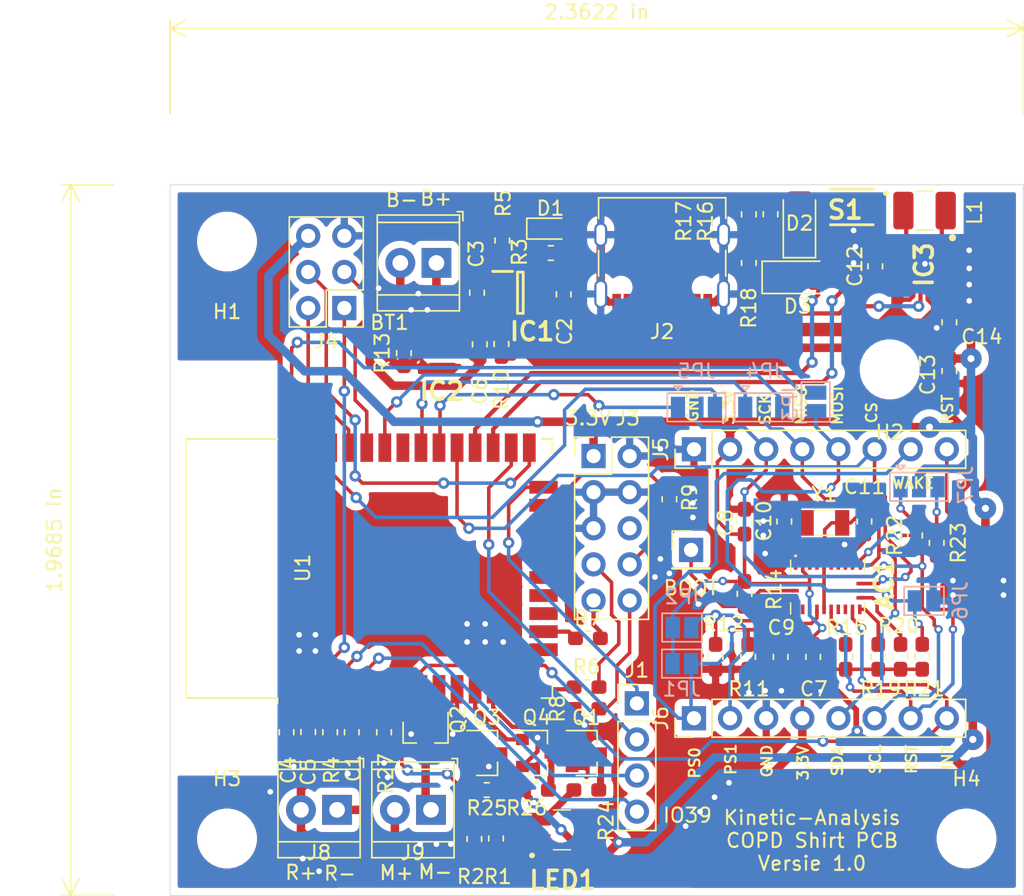
<source format=kicad_pcb>
(kicad_pcb (version 20171130) (host pcbnew "(5.1.5)-2")
  (layers (0 F.Cu signal hide) (31 B.Cu signal hide) (34 B.Paste user hide) (35 F.Paste user hide) (36 B.SilkS user) (37 F.SilkS user) (38 B.Mask user) (39 F.Mask user) (44 Edge.Cuts user))
  (net 0 "")
  (net 1 GND)
  (net 2 +3V3)
  (net 3 "Net-(AC1-Pad27)")
  (net 4 "Net-(AC1-Pad26)")
  (net 5 SDA\MISO\TX)
  (net 6 SCL\SCK\RX)
  (net 7 SPI_CS)
  (net 8 ADDR\MOSI)
  (net 9 "Net-(AC1-Pad16)")
  (net 10 "Net-(AC1-Pad15)")
  (net 11 INT)
  (net 12 RST)
  (net 13 "Net-(AC1-Pad9)")
  (net 14 PS0\WAKE)
  (net 15 PS1)
  (net 16 BOOT)
  (net 17 ESP_EN)
  (net 18 +BATT)
  (net 19 "Net-(BT1-Pad2)")
  (net 20 DC-DC_ENABLE)
  (net 21 "Net-(D2-Pad2)")
  (net 22 uC_LATCH)
  (net 23 "Net-(IC1-Pad5)")
  (net 24 "Net-(IC1-Pad1)")
  (net 25 "Net-(IC2-Pad5)")
  (net 26 ESP_MTDI)
  (net 27 ESP_MTDO)
  (net 28 ESP_MTCK)
  (net 29 ESP_MTMS)
  (net 30 EXP_TXD)
  (net 31 ESP_RXD)
  (net 32 ESP_IO0)
  (net 33 Resistive_Stretch_OUT)
  (net 34 SPI_MOSI)
  (net 35 I2C_SDA)
  (net 36 SPI_MISO)
  (net 37 I2C_SCL)
  (net 38 SPI_CLK)
  (net 39 "Net-(JP7-Pad1)")
  (net 40 "Net-(JP7-Pad3)")
  (net 41 Red_LED)
  (net 42 "Net-(Q1-Pad3)")
  (net 43 Green_LED)
  (net 44 "Net-(Q3-Pad3)")
  (net 45 Yellow_LED)
  (net 46 Vibrator_MOTOR)
  (net 47 Battery_VOLTAGE)
  (net 48 "Net-(R6-Pad1)")
  (net 49 "Net-(R7-Pad1)")
  (net 50 "Net-(R8-Pad1)")
  (net 51 "Net-(R9-Pad1)")
  (net 52 uC_SENSE)
  (net 53 +5V)
  (net 54 "Net-(C6-Pad2)")
  (net 55 "Net-(D1-Pad1)")
  (net 56 "Net-(IC3-Pad5)")
  (net 57 "Net-(IC3-Pad1)")
  (net 58 IO2)
  (net 59 IO4)
  (net 60 IO36)
  (net 61 IO39)
  (net 62 "Net-(J9-Pad1)")
  (net 63 "Net-(LED1-Pad3)")
  (net 64 "Net-(LED1-Pad2)")
  (net 65 "Net-(LED1-Pad1)")
  (net 66 "Net-(Q4-Pad3)")
  (module Capacitor_SMD:C_0603_1608Metric_Pad1.05x0.95mm_HandSolder (layer F.Cu) (at 113.792 83.679 90)
    (fp_text reference C14 (at -1.016 2.286 180) (layer F.SilkS))
    (fp_text value 22uF)
    (pad 1 smd roundrect (at -0.875 0 90) (size 1.05 0.95) (layers F.Cu F.Paste F.Mask) (net 1 GND))
    (pad 2 smd roundrect (at 0.875 0 90) (size 1.05 0.95) (layers F.Cu F.Paste F.Mask) (net 2 +3V3))
  )
  (module MountingHole:MountingHole_3.2mm_M3 (layer F.Cu) (at 115 120)
    (fp_text reference H4 (at 0 -4.2) (layer F.SilkS))
    (fp_text value MountingHole)
    (pad 1 np_thru_hole circle (at 0 0) (size 3.2 3.2) (drill 3.2) (layers *.Cu *.Mask))
  )
  (module Resistor_SMD:R_0603_1608Metric_Pad1.05x0.95mm_HandSolder (layer F.Cu) (at 88.279 110.871)
    (fp_text reference R8 (at -2.046 0 90) (layer F.SilkS))
    (fp_text value 100)
    (pad 2 smd roundrect (at 0.875 0) (size 1.05 0.95) (layers F.Cu F.Paste F.Mask) (net 29 ESP_MTMS))
    (pad 1 smd roundrect (at -0.875 0) (size 1.05 0.95) (layers F.Cu F.Paste F.Mask) (net 50 "Net-(R8-Pad1)"))
  )
  (module Resistor_SMD:R_0603_1608Metric_Pad1.05x0.95mm_HandSolder (layer F.Cu) (at 81.915 120.001 90)
    (fp_text reference R1 (at -2.681 0.127 180) (layer F.SilkS))
    (fp_text value 100k)
    (pad 1 smd roundrect (at -0.875 0 90) (size 1.05 0.95) (layers F.Cu F.Paste F.Mask) (net 18 +BATT))
    (pad 2 smd roundrect (at 0.875 0 90) (size 1.05 0.95) (layers F.Cu F.Paste F.Mask) (net 47 Battery_VOLTAGE))
  )
  (module Resistor_SMD:R_0603_1608Metric_Pad1.05x0.95mm_HandSolder (layer F.Cu) (at 80.391 120.029 90)
    (fp_text reference R2 (at -2.653 -0.254 180) (layer F.SilkS))
    (fp_text value 100k)
    (pad 2 smd roundrect (at 0.875 0 90) (size 1.05 0.95) (layers F.Cu F.Paste F.Mask) (net 1 GND))
    (pad 1 smd roundrect (at -0.875 0 90) (size 1.05 0.95) (layers F.Cu F.Paste F.Mask) (net 47 Battery_VOLTAGE))
  )
  (module MountingHole:MountingHole_3.2mm_M3 (layer F.Cu) (at 109.601 86.995)
    (fp_text reference H2 (at 0 4.423) (layer F.SilkS))
    (fp_text value MountingHole)
    (pad 1 np_thru_hole circle (at 0 0) (size 3.2 3.2) (drill 3.2) (layers *.Cu *.Mask))
  )
  (module Versie1_FootprintLib:BNO080 (layer F.Cu) (at 105.233 102.1385 90)
    (fp_text reference AC1 (at 0.0305 3.987 90) (layer F.SilkS) (effects (font (size 1.27 1.27) (thickness 0.254))))
    (fp_text value BNO080 hide)
    (pad 28 smd rect (at 1.387 -1.75 180) (size 0.25 0.675) (layers F.Cu F.Paste F.Mask) (net 2 +3V3))
    (pad 27 smd rect (at 1.387 -1.25 180) (size 0.25 0.675) (layers F.Cu F.Paste F.Mask) (net 3 "Net-(AC1-Pad27)"))
    (pad 26 smd rect (at 1.387 -0.75 180) (size 0.25 0.675) (layers F.Cu F.Paste F.Mask) (net 4 "Net-(AC1-Pad26)"))
    (pad 25 smd rect (at 1.387 -0.25 180) (size 0.25 0.675) (layers F.Cu F.Paste F.Mask) (net 1 GND))
    (pad 24 smd rect (at 1.387 0.25 180) (size 0.25 0.675) (layers F.Cu F.Paste F.Mask))
    (pad 23 smd rect (at 1.387 0.75 180) (size 0.25 0.675) (layers F.Cu F.Paste F.Mask))
    (pad 22 smd rect (at 1.387 1.25 180) (size 0.25 0.675) (layers F.Cu F.Paste F.Mask))
    (pad 21 smd rect (at 1.387 1.75 180) (size 0.25 0.675) (layers F.Cu F.Paste F.Mask))
    (pad 20 smd rect (at 1.387 2.313 180) (size 0.25 0.675) (layers F.Cu F.Paste F.Mask) (net 5 SDA\MISO\TX))
    (pad 19 smd rect (at 0.575 2.313 90) (size 0.25 0.575) (layers F.Cu F.Paste F.Mask) (net 6 SCL\SCK\RX))
    (pad 18 smd rect (at 0.075 2.313 90) (size 0.25 0.575) (layers F.Cu F.Paste F.Mask) (net 7 SPI_CS))
    (pad 17 smd rect (at -0.425 2.313 90) (size 0.25 0.575) (layers F.Cu F.Paste F.Mask) (net 8 ADDR\MOSI))
    (pad 16 smd rect (at -0.925 2.313 90) (size 0.25 0.575) (layers F.Cu F.Paste F.Mask) (net 9 "Net-(AC1-Pad16)"))
    (pad 15 smd rect (at -1.738 2.263 180) (size 0.25 0.675) (layers F.Cu F.Paste F.Mask) (net 10 "Net-(AC1-Pad15)"))
    (pad 14 smd rect (at -1.738 1.75 180) (size 0.25 0.675) (layers F.Cu F.Paste F.Mask) (net 11 INT))
    (pad 13 smd rect (at -1.738 1.25 180) (size 0.25 0.675) (layers F.Cu F.Paste F.Mask))
    (pad 12 smd rect (at -1.738 0.75 180) (size 0.25 0.675) (layers F.Cu F.Paste F.Mask))
    (pad 11 smd rect (at -1.738 0.25 180) (size 0.25 0.675) (layers F.Cu F.Paste F.Mask) (net 12 RST))
    (pad 10 smd rect (at -1.738 -0.25 180) (size 0.25 0.675) (layers F.Cu F.Paste F.Mask) (net 1 GND))
    (pad 9 smd rect (at -1.738 -0.75 180) (size 0.25 0.675) (layers F.Cu F.Paste F.Mask) (net 13 "Net-(AC1-Pad9)"))
    (pad 8 smd rect (at -1.738 -1.25 180) (size 0.25 0.675) (layers F.Cu F.Paste F.Mask))
    (pad 7 smd rect (at -1.738 -1.75 180) (size 0.25 0.675) (layers F.Cu F.Paste F.Mask))
    (pad 6 smd rect (at -1.738 -2.313 180) (size 0.25 0.675) (layers F.Cu F.Paste F.Mask) (net 14 PS0\WAKE))
    (pad 5 smd rect (at -0.925 -2.313 90) (size 0.25 0.575) (layers F.Cu F.Paste F.Mask) (net 15 PS1))
    (pad 4 smd rect (at -0.425 -2.313 90) (size 0.25 0.575) (layers F.Cu F.Paste F.Mask) (net 16 BOOT))
    (pad 3 smd rect (at 0.075 -2.313 90) (size 0.25 0.575) (layers F.Cu F.Paste F.Mask) (net 2 +3V3))
    (pad 2 smd rect (at 0.575 -2.313 90) (size 0.25 0.575) (layers F.Cu F.Paste F.Mask) (net 1 GND))
    (pad 1 smd rect (at 1.387 -2.25 180) (size 0.25 0.675) (layers F.Cu F.Paste F.Mask))
  )
  (module Diode_SMD:D_1206_3216Metric_Pad1.42x1.75mm_HandSolder (layer F.Cu) (at 103.251 76.6715 90)
    (fp_text reference D2 (at -0.0365 0 180) (layer F.SilkS))
    (fp_text value SD1206S040S0R5)
    (pad 1 smd roundrect (at -1.4875 0 90) (size 1.425 1.75) (layers F.Cu F.Paste F.Mask) (roundrect_rratio 0.175439) (net 20 DC-DC_ENABLE))
    (pad 2 smd roundrect (at 1.4875 0 90) (size 1.425 1.75) (layers F.Cu F.Paste F.Mask) (roundrect_rratio 0.175439) (net 21 "Net-(D2-Pad2)"))
  )
  (module Diode_SMD:D_1206_3216Metric_Pad1.42x1.75mm_HandSolder (layer F.Cu) (at 103.0875 80.518)
    (fp_text reference D3 (at 0.0365 2.032) (layer F.SilkS))
    (fp_text value SD1206S040S0R5)
    (pad 2 smd roundrect (at 1.4875 0) (size 1.425 1.75) (layers F.Cu F.Paste F.Mask) (roundrect_rratio 0.175439) (net 22 uC_LATCH))
    (pad 1 smd roundrect (at -1.4875 0) (size 1.425 1.75) (layers F.Cu F.Paste F.Mask) (roundrect_rratio 0.175439) (net 20 DC-DC_ENABLE))
  )
  (module Versie1_FootprintLib:MCP73831T-2ATI_OT (layer F.Cu) (at 83.626 81.599)
    (fp_text reference IC1 (at 0.829 2.729) (layer F.SilkS) (effects (font (size 1.27 1.27) (thickness 0.254))))
    (fp_text value MCP73831T-2ATI_OT hide)
    (pad 5 smd rect (at 1.25 -0.95 90) (size 0.6 1.4) (layers F.Cu F.Paste F.Mask) (net 23 "Net-(IC1-Pad5)"))
    (pad 4 smd rect (at 1.25 0.95 90) (size 0.6 1.4) (layers F.Cu F.Paste F.Mask) (net 53 +5V))
    (pad 3 smd rect (at -1.25 0.95 90) (size 0.6 1.4) (layers F.Cu F.Paste F.Mask) (net 18 +BATT))
    (pad 2 smd rect (at -1.25 0 90) (size 0.6 1.4) (layers F.Cu F.Paste F.Mask) (net 1 GND))
    (pad 1 smd rect (at -1.25 -0.95 90) (size 0.6 1.4) (layers F.Cu F.Paste F.Mask) (net 24 "Net-(IC1-Pad1)"))
  )
  (module Versie1_FootprintLib:AP9211SAANHAC7 (layer F.Cu) (at 78.137 85.113 270)
    (fp_text reference IC2 (at 3.406 0.032 180) (layer F.SilkS) (effects (font (size 1.27 1.27) (thickness 0.254))))
    (fp_text value AP9221SA-CC-HAC-7 hide)
    (pad 7 smd rect (at 0 0 270) (size 1.8 1.8) (layers F.Cu F.Paste F.Mask))
    (pad 6 smd rect (at 0.6 1.35) (size 0.5 0.75) (layers F.Cu F.Paste F.Mask) (net 1 GND))
    (pad 5 smd rect (at -0.175 1.35 270) (size 0.4 0.5) (layers F.Cu F.Paste F.Mask) (net 25 "Net-(IC2-Pad5)"))
    (pad 4 smd rect (at -0.775 1.35 270) (size 0.4 0.5) (layers F.Cu F.Paste F.Mask))
    (pad 3 smd rect (at -0.775 -1.35 270) (size 0.4 0.5) (layers F.Cu F.Paste F.Mask) (net 54 "Net-(C6-Pad2)"))
    (pad 2 smd rect (at -0.175 -1.35 270) (size 0.4 0.5) (layers F.Cu F.Paste F.Mask) (net 19 "Net-(BT1-Pad2)"))
    (pad 1 smd rect (at 0.6 -1.35) (size 0.5 0.75) (layers F.Cu F.Paste F.Mask) (net 19 "Net-(BT1-Pad2)"))
  )
  (module Connector_PinHeader_2.54mm:PinHeader_2x05_P2.54mm_Vertical (layer F.Cu) (at 88.773 93.091)
    (fp_text reference J3 (at 2.413 -2.667) (layer F.SilkS))
    (fp_text value JTAG)
    (pad 1 thru_hole rect (at 0 0) (size 1.7 1.7) (drill 1) (layers *.Cu *.Mask) (net 2 +3V3))
    (pad 2 thru_hole oval (at 2.54 0) (size 1.7 1.7) (drill 1) (layers *.Cu *.Mask) (net 1 GND))
    (pad 3 thru_hole oval (at 0 2.54) (size 1.7 1.7) (drill 1) (layers *.Cu *.Mask) (net 1 GND))
    (pad 4 thru_hole oval (at 2.54 2.54) (size 1.7 1.7) (drill 1) (layers *.Cu *.Mask) (net 1 GND))
    (pad 5 thru_hole oval (at 0 5.08) (size 1.7 1.7) (drill 1) (layers *.Cu *.Mask) (net 1 GND))
    (pad 6 thru_hole oval (at 2.54 5.08) (size 1.7 1.7) (drill 1) (layers *.Cu *.Mask))
    (pad 7 thru_hole oval (at 0 7.62) (size 1.7 1.7) (drill 1) (layers *.Cu *.Mask) (net 26 ESP_MTDI))
    (pad 8 thru_hole oval (at 2.54 7.62) (size 1.7 1.7) (drill 1) (layers *.Cu *.Mask) (net 27 ESP_MTDO))
    (pad 9 thru_hole oval (at 0 10.16) (size 1.7 1.7) (drill 1) (layers *.Cu *.Mask) (net 28 ESP_MTCK))
    (pad 10 thru_hole oval (at 2.54 10.16) (size 1.7 1.7) (drill 1) (layers *.Cu *.Mask) (net 29 ESP_MTMS))
  )
  (module Connector_PinHeader_2.54mm:PinHeader_2x03_P2.54mm_Vertical (layer F.Cu) (at 71.247 82.677 180)
    (fp_text reference J4 (at 1.27 -2.33) (layer F.SilkS))
    (fp_text value Programmer)
    (pad 1 thru_hole rect (at 0 0 180) (size 1.7 1.7) (drill 1) (layers *.Cu *.Mask) (net 17 ESP_EN))
    (pad 2 thru_hole oval (at 2.54 0 180) (size 1.7 1.7) (drill 1) (layers *.Cu *.Mask) (net 30 EXP_TXD))
    (pad 3 thru_hole oval (at 0 2.54 180) (size 1.7 1.7) (drill 1) (layers *.Cu *.Mask) (net 31 ESP_RXD))
    (pad 4 thru_hole oval (at 2.54 2.54 180) (size 1.7 1.7) (drill 1) (layers *.Cu *.Mask) (net 32 ESP_IO0))
    (pad 5 thru_hole oval (at 0 5.08 180) (size 1.7 1.7) (drill 1) (layers *.Cu *.Mask) (net 1 GND))
    (pad 6 thru_hole oval (at 2.54 5.08 180) (size 1.7 1.7) (drill 1) (layers *.Cu *.Mask) (net 2 +3V3))
  )
  (module Connector_PinHeader_2.54mm:PinHeader_1x08_P2.54mm_Vertical (layer F.Cu) (at 95.835 92.6135 90)
    (fp_text reference J5 (at 0 -2.33 90) (layer F.SilkS))
    (fp_text value SPI)
    (pad 1 thru_hole rect (at 0 0 90) (size 1.7 1.7) (drill 1) (layers *.Cu *.Mask) (net 1 GND))
    (pad 2 thru_hole oval (at 0 2.54 90) (size 1.7 1.7) (drill 1) (layers *.Cu *.Mask) (net 2 +3V3))
    (pad 3 thru_hole oval (at 0 5.08 90) (size 1.7 1.7) (drill 1) (layers *.Cu *.Mask) (net 6 SCL\SCK\RX))
    (pad 4 thru_hole oval (at 0 7.62 90) (size 1.7 1.7) (drill 1) (layers *.Cu *.Mask) (net 5 SDA\MISO\TX))
    (pad 5 thru_hole oval (at 0 10.16 90) (size 1.7 1.7) (drill 1) (layers *.Cu *.Mask) (net 8 ADDR\MOSI))
    (pad 6 thru_hole oval (at 0 12.7 90) (size 1.7 1.7) (drill 1) (layers *.Cu *.Mask) (net 7 SPI_CS))
    (pad 7 thru_hole oval (at 0 15.24 90) (size 1.7 1.7) (drill 1) (layers *.Cu *.Mask) (net 14 PS0\WAKE))
    (pad 8 thru_hole oval (at 0 17.78 90) (size 1.7 1.7) (drill 1) (layers *.Cu *.Mask) (net 12 RST))
  )
  (module Connector_PinHeader_2.54mm:PinHeader_1x08_P2.54mm_Vertical (layer F.Cu) (at 95.835 111.5365 90)
    (fp_text reference J6 (at 0 -2.33 90) (layer F.SilkS))
    (fp_text value I2C)
    (pad 8 thru_hole oval (at 0 17.78 90) (size 1.7 1.7) (drill 1) (layers *.Cu *.Mask) (net 11 INT))
    (pad 7 thru_hole oval (at 0 15.24 90) (size 1.7 1.7) (drill 1) (layers *.Cu *.Mask) (net 12 RST))
    (pad 6 thru_hole oval (at 0 12.7 90) (size 1.7 1.7) (drill 1) (layers *.Cu *.Mask) (net 6 SCL\SCK\RX))
    (pad 5 thru_hole oval (at 0 10.16 90) (size 1.7 1.7) (drill 1) (layers *.Cu *.Mask) (net 5 SDA\MISO\TX))
    (pad 4 thru_hole oval (at 0 7.62 90) (size 1.7 1.7) (drill 1) (layers *.Cu *.Mask) (net 2 +3V3))
    (pad 3 thru_hole oval (at 0 5.08 90) (size 1.7 1.7) (drill 1) (layers *.Cu *.Mask) (net 1 GND))
    (pad 2 thru_hole oval (at 0 2.54 90) (size 1.7 1.7) (drill 1) (layers *.Cu *.Mask) (net 15 PS1))
    (pad 1 thru_hole rect (at 0 0 90) (size 1.7 1.7) (drill 1) (layers *.Cu *.Mask) (net 14 PS0\WAKE))
  )
  (module Connector_PinHeader_2.54mm:PinHeader_1x01_P2.54mm_Vertical (layer F.Cu) (at 95.631 99.695)
    (fp_text reference BOOT (at 0 2.667) (layer F.SilkS))
    (fp_text value BOOT)
    (pad 1 thru_hole rect (at 0 0) (size 1.7 1.7) (drill 1) (layers *.Cu *.Mask) (net 16 BOOT))
  )
  (module Jumper:SolderJumper-2_P1.3mm_Open_Pad1.0x1.5mm (layer B.Cu) (at 104.394 89.281 270)
    (fp_text reference JP3 (at 0 1.8 270) (layer B.SilkS) (effects (justify mirror)))
    (fp_text value SolderJumper_2_Open)
    (pad 2 smd rect (at 0.65 0 270) (size 1 1.5) (layers B.Cu B.Mask) (net 8 ADDR\MOSI))
    (pad 1 smd rect (at -0.65 0 270) (size 1 1.5) (layers B.Cu B.Mask) (net 34 SPI_MOSI))
  )
  (module Jumper:SolderJumper-3_P1.3mm_Open_Pad1.0x1.5mm (layer B.Cu) (at 100.741 89.662)
    (fp_text reference JP4 (at 0.097 -2.54) (layer B.SilkS) (effects (justify mirror)))
    (fp_text value SolderJumper_3_Open)
    (pad 3 smd rect (at 1.3 0) (size 1 1.5) (layers B.Cu B.Mask) (net 35 I2C_SDA))
    (pad 2 smd rect (at 0 0) (size 1 1.5) (layers B.Cu B.Mask) (net 5 SDA\MISO\TX))
    (pad 1 smd rect (at -1.3 0) (size 1 1.5) (layers B.Cu B.Mask) (net 36 SPI_MISO))
  )
  (module Jumper:SolderJumper-3_P1.3mm_Open_Pad1.0x1.5mm (layer B.Cu) (at 96.012 89.662)
    (fp_text reference JP5 (at 0 -2.54) (layer B.SilkS) (effects (justify mirror)))
    (fp_text value SolderJumper_3_Open)
    (pad 1 smd rect (at -1.3 0) (size 1 1.5) (layers B.Cu B.Mask) (net 38 SPI_CLK))
    (pad 2 smd rect (at 0 0) (size 1 1.5) (layers B.Cu B.Mask) (net 6 SCL\SCK\RX))
    (pad 3 smd rect (at 1.3 0) (size 1 1.5) (layers B.Cu B.Mask) (net 37 I2C_SCL))
  )
  (module Jumper:SolderJumper-2_P1.3mm_Open_Pad1.0x1.5mm (layer B.Cu) (at 112.014 103.2815 180)
    (fp_text reference JP6 (at -2.54 0.0305 270) (layer B.SilkS) (effects (justify mirror)))
    (fp_text value SolderJumper_2_Open)
    (pad 1 smd rect (at -0.65 0 180) (size 1 1.5) (layers B.Cu B.Mask) (net 1 GND))
    (pad 2 smd rect (at 0.65 0 180) (size 1 1.5) (layers B.Cu B.Mask) (net 8 ADDR\MOSI))
  )
  (module Jumper:SolderJumper-3_P1.3mm_Open_Pad1.0x1.5mm (layer B.Cu) (at 111.663 95.25)
    (fp_text reference JP7 (at 3.272 -0.127 90) (layer B.SilkS) (effects (justify mirror)))
    (fp_text value SolderJumper_3_Open)
    (pad 1 smd rect (at -1.3 0) (size 1 1.5) (layers B.Cu B.Mask) (net 39 "Net-(JP7-Pad1)"))
    (pad 2 smd rect (at 0 0) (size 1 1.5) (layers B.Cu B.Mask) (net 2 +3V3))
    (pad 3 smd rect (at 1.3 0) (size 1 1.5) (layers B.Cu B.Mask) (net 40 "Net-(JP7-Pad3)"))
  )
  (module Package_TO_SOT_SMD:SOT-23 (layer F.Cu) (at 88.265 113.985)
    (fp_text reference Q1 (at 0 -2.5) (layer F.SilkS))
    (fp_text value Q_NMOS_GSD)
    (pad 1 smd rect (at -1 -0.95) (size 0.9 0.8) (layers F.Cu F.Paste F.Mask) (net 41 Red_LED))
    (pad 2 smd rect (at -1 0.95) (size 0.9 0.8) (layers F.Cu F.Paste F.Mask) (net 1 GND))
    (pad 3 smd rect (at 1 0) (size 0.9 0.8) (layers F.Cu F.Paste F.Mask) (net 42 "Net-(Q1-Pad3)"))
  )
  (module Package_TO_SOT_SMD:SOT-23 (layer F.Cu) (at 81.264 113.98)
    (fp_text reference Q3 (at 0 -2.5) (layer F.SilkS))
    (fp_text value Q_NMOS_GSD)
    (pad 3 smd rect (at 1 0) (size 0.9 0.8) (layers F.Cu F.Paste F.Mask) (net 44 "Net-(Q3-Pad3)"))
    (pad 2 smd rect (at -1 0.95) (size 0.9 0.8) (layers F.Cu F.Paste F.Mask) (net 1 GND))
    (pad 1 smd rect (at -1 -0.95) (size 0.9 0.8) (layers F.Cu F.Paste F.Mask) (net 43 Green_LED))
  )
  (module Package_TO_SOT_SMD:SOT-23 (layer F.Cu) (at 84.7725 113.98)
    (fp_text reference Q4 (at 0 -2.5) (layer F.SilkS))
    (fp_text value Q_NMOS_GSD)
    (pad 3 smd rect (at 1 0) (size 0.9 0.8) (layers F.Cu F.Paste F.Mask) (net 66 "Net-(Q4-Pad3)"))
    (pad 2 smd rect (at -1 0.95) (size 0.9 0.8) (layers F.Cu F.Paste F.Mask) (net 1 GND))
    (pad 1 smd rect (at -1 -0.95) (size 0.9 0.8) (layers F.Cu F.Paste F.Mask) (net 45 Yellow_LED))
  )
  (module Package_TO_SOT_SMD:SOT-23 (layer F.Cu) (at 76.962 112.522 270)
    (fp_text reference Q2 (at -0.889 -2.286 270) (layer F.SilkS))
    (fp_text value Q_NMOS_GSD)
    (pad 1 smd rect (at -1 -0.95 270) (size 0.9 0.8) (layers F.Cu F.Paste F.Mask) (net 46 Vibrator_MOTOR))
    (pad 2 smd rect (at -1 0.95 270) (size 0.9 0.8) (layers F.Cu F.Paste F.Mask) (net 1 GND))
    (pad 3 smd rect (at 1 0 270) (size 0.9 0.8) (layers F.Cu F.Paste F.Mask) (net 62 "Net-(J9-Pad1)"))
  )
  (module RF_Module:ESP32-WROOM-32 (layer F.Cu) (at 76 101 90)
    (fp_text reference U1 (at 0.035 -7.674 90) (layer F.SilkS))
    (fp_text value ESP32-WROOM-32)
    (pad 39 smd rect (at -1 -0.755 90) (size 5 5) (layers F.Cu F.Paste F.Mask) (net 1 GND))
    (pad 1 smd rect (at -8.5 -8.255 90) (size 2 0.9) (layers F.Cu F.Paste F.Mask) (net 1 GND))
    (pad 2 smd rect (at -8.5 -6.985 90) (size 2 0.9) (layers F.Cu F.Paste F.Mask) (net 2 +3V3))
    (pad 3 smd rect (at -8.5 -5.715 90) (size 2 0.9) (layers F.Cu F.Paste F.Mask) (net 17 ESP_EN))
    (pad 4 smd rect (at -8.5 -4.445 90) (size 2 0.9) (layers F.Cu F.Paste F.Mask) (net 60 IO36))
    (pad 5 smd rect (at -8.5 -3.175 90) (size 2 0.9) (layers F.Cu F.Paste F.Mask) (net 61 IO39))
    (pad 6 smd rect (at -8.5 -1.905 90) (size 2 0.9) (layers F.Cu F.Paste F.Mask) (net 33 Resistive_Stretch_OUT))
    (pad 7 smd rect (at -8.5 -0.635 90) (size 2 0.9) (layers F.Cu F.Paste F.Mask) (net 47 Battery_VOLTAGE))
    (pad 8 smd rect (at -8.5 0.635 90) (size 2 0.9) (layers F.Cu F.Paste F.Mask) (net 11 INT))
    (pad 9 smd rect (at -8.5 1.905 90) (size 2 0.9) (layers F.Cu F.Paste F.Mask) (net 46 Vibrator_MOTOR))
    (pad 10 smd rect (at -8.5 3.175 90) (size 2 0.9) (layers F.Cu F.Paste F.Mask) (net 43 Green_LED))
    (pad 11 smd rect (at -8.5 4.445 90) (size 2 0.9) (layers F.Cu F.Paste F.Mask) (net 45 Yellow_LED))
    (pad 12 smd rect (at -8.5 5.715 90) (size 2 0.9) (layers F.Cu F.Paste F.Mask) (net 41 Red_LED))
    (pad 13 smd rect (at -8.5 6.985 90) (size 2 0.9) (layers F.Cu F.Paste F.Mask) (net 50 "Net-(R8-Pad1)"))
    (pad 14 smd rect (at -8.5 8.255 90) (size 2 0.9) (layers F.Cu F.Paste F.Mask) (net 48 "Net-(R6-Pad1)"))
    (pad 15 smd rect (at -5.715 9.255 180) (size 2 0.9) (layers F.Cu F.Paste F.Mask) (net 1 GND))
    (pad 16 smd rect (at -4.445 9.255 180) (size 2 0.9) (layers F.Cu F.Paste F.Mask) (net 49 "Net-(R7-Pad1)"))
    (pad 17 smd rect (at -3.175 9.255 180) (size 2 0.9) (layers F.Cu F.Paste F.Mask))
    (pad 18 smd rect (at -1.905 9.255 180) (size 2 0.9) (layers F.Cu F.Paste F.Mask))
    (pad 19 smd rect (at -0.635 9.255 180) (size 2 0.9) (layers F.Cu F.Paste F.Mask))
    (pad 20 smd rect (at 0.635 9.255 180) (size 2 0.9) (layers F.Cu F.Paste F.Mask))
    (pad 21 smd rect (at 1.905 9.255 180) (size 2 0.9) (layers F.Cu F.Paste F.Mask))
    (pad 22 smd rect (at 3.175 9.255 180) (size 2 0.9) (layers F.Cu F.Paste F.Mask))
    (pad 23 smd rect (at 4.445 9.255 180) (size 2 0.9) (layers F.Cu F.Paste F.Mask) (net 51 "Net-(R9-Pad1)"))
    (pad 24 smd rect (at 5.715 9.255 180) (size 2 0.9) (layers F.Cu F.Paste F.Mask) (net 58 IO2))
    (pad 25 smd rect (at 8.5 8.255 90) (size 2 0.9) (layers F.Cu F.Paste F.Mask) (net 32 ESP_IO0))
    (pad 26 smd rect (at 8.5 6.985 90) (size 2 0.9) (layers F.Cu F.Paste F.Mask) (net 59 IO4))
    (pad 27 smd rect (at 8.5 5.715 90) (size 2 0.9) (layers F.Cu F.Paste F.Mask) (net 52 uC_SENSE))
    (pad 28 smd rect (at 8.5 4.445 90) (size 2 0.9) (layers F.Cu F.Paste F.Mask) (net 22 uC_LATCH))
    (pad 29 smd rect (at 8.5 3.175 90) (size 2 0.9) (layers F.Cu F.Paste F.Mask) (net 7 SPI_CS))
    (pad 30 smd rect (at 8.5 1.905 90) (size 2 0.9) (layers F.Cu F.Paste F.Mask) (net 38 SPI_CLK))
    (pad 31 smd rect (at 8.5 0.635 90) (size 2 0.9) (layers F.Cu F.Paste F.Mask) (net 36 SPI_MISO))
    (pad 32 smd rect (at 8.5 -0.635 90) (size 2 0.9) (layers F.Cu F.Paste F.Mask))
    (pad 33 smd rect (at 8.5 -1.905 90) (size 2 0.9) (layers F.Cu F.Paste F.Mask) (net 35 I2C_SDA))
    (pad 34 smd rect (at 8.5 -3.175 90) (size 2 0.9) (layers F.Cu F.Paste F.Mask) (net 31 ESP_RXD))
    (pad 35 smd rect (at 8.5 -4.445 90) (size 2 0.9) (layers F.Cu F.Paste F.Mask) (net 30 EXP_TXD))
    (pad 36 smd rect (at 8.5 -5.715 90) (size 2 0.9) (layers F.Cu F.Paste F.Mask) (net 37 I2C_SCL))
    (pad 37 smd rect (at 8.5 -6.985 90) (size 2 0.9) (layers F.Cu F.Paste F.Mask) (net 34 SPI_MOSI))
    (pad 38 smd rect (at 8.5 -8.255 90) (size 2 0.9) (layers F.Cu F.Paste F.Mask) (net 1 GND))
  )
  (module MountingHole:MountingHole_3.2mm_M3 (layer F.Cu) (at 63 78)
    (fp_text reference H1 (at 0 4.931) (layer F.SilkS))
    (fp_text value MountingHole)
    (pad 1 np_thru_hole circle (at 0 0) (size 3.2 3.2) (drill 3.2) (layers *.Cu *.Mask))
  )
  (module MountingHole:MountingHole_3.2mm_M3 (layer F.Cu) (at 63 120)
    (fp_text reference H3 (at 0 -4.2) (layer F.SilkS))
    (fp_text value MountingHole)
    (pad 1 np_thru_hole circle (at 0 0) (size 3.2 3.2) (drill 3.2) (layers *.Cu *.Mask))
  )
  (module Capacitor_SMD:C_0603_1608Metric_Pad1.05x0.95mm_HandSolder (layer F.Cu) (at 86.674 81.712 90)
    (fp_text reference C2 (at -2.616 0.067 90) (layer F.SilkS))
    (fp_text value 4,7uF)
    (pad 1 smd roundrect (at -0.875 0 90) (size 1.05 0.95) (layers F.Cu F.Paste F.Mask) (net 53 +5V))
    (pad 2 smd roundrect (at 0.875 0 90) (size 1.05 0.95) (layers F.Cu F.Paste F.Mask) (net 1 GND))
  )
  (module Capacitor_SMD:C_0603_1608Metric_Pad1.05x0.95mm_HandSolder (layer F.Cu) (at 71.772 112.522 90)
    (fp_text reference C1 (at -2.54 0.11 90) (layer F.SilkS))
    (fp_text value 1uF)
    (pad 1 smd roundrect (at -0.875 0 90) (size 1.05 0.95) (layers F.Cu F.Paste F.Mask) (net 1 GND))
    (pad 2 smd roundrect (at 0.875 0 90) (size 1.05 0.95) (layers F.Cu F.Paste F.Mask) (net 17 ESP_EN))
  )
  (module Capacitor_SMD:C_0603_1608Metric_Pad1.05x0.95mm_HandSolder (layer F.Cu) (at 80.578 81.599 90)
    (fp_text reference C3 (at 2.732 -0.06 90) (layer F.SilkS))
    (fp_text value 4,7uF)
    (pad 2 smd roundrect (at 0.875 0 90) (size 1.05 0.95) (layers F.Cu F.Paste F.Mask) (net 1 GND))
    (pad 1 smd roundrect (at -0.875 0 90) (size 1.05 0.95) (layers F.Cu F.Paste F.Mask) (net 18 +BATT))
  )
  (module Capacitor_SMD:C_0603_1608Metric_Pad1.05x0.95mm_HandSolder (layer F.Cu) (at 67.183 112.522 270)
    (fp_text reference C4 (at 2.667 -0.127 90) (layer F.SilkS))
    (fp_text value 100nF)
    (pad 2 smd roundrect (at 0.875 0 270) (size 1.05 0.95) (layers F.Cu F.Paste F.Mask) (net 1 GND))
    (pad 1 smd roundrect (at -0.875 0 270) (size 1.05 0.95) (layers F.Cu F.Paste F.Mask) (net 2 +3V3))
  )
  (module Capacitor_SMD:C_0603_1608Metric_Pad1.05x0.95mm_HandSolder (layer F.Cu) (at 80.772 85.231 90)
    (fp_text reference C6 (at -3.288 0 90) (layer F.SilkS))
    (fp_text value 100nF)
    (pad 1 smd roundrect (at -0.875 0 90) (size 1.05 0.95) (layers F.Cu F.Paste F.Mask) (net 19 "Net-(BT1-Pad2)"))
    (pad 2 smd roundrect (at 0.875 0 90) (size 1.05 0.95) (layers F.Cu F.Paste F.Mask) (net 54 "Net-(C6-Pad2)"))
  )
  (module Capacitor_SMD:C_0603_1608Metric_Pad1.05x0.95mm_HandSolder (layer F.Cu) (at 68.707 112.508 270)
    (fp_text reference C5 (at 2.808 0 90) (layer F.SilkS))
    (fp_text value 10uF)
    (pad 2 smd roundrect (at 0.875 0 270) (size 1.05 0.95) (layers F.Cu F.Paste F.Mask) (net 1 GND))
    (pad 1 smd roundrect (at -0.875 0 270) (size 1.05 0.95) (layers F.Cu F.Paste F.Mask) (net 2 +3V3))
  )
  (module Capacitor_SMD:C_0603_1608Metric_Pad1.05x0.95mm_HandSolder (layer F.Cu) (at 104.217 107.2185 270)
    (fp_text reference C7 (at 2.2555 -0.05 180) (layer F.SilkS))
    (fp_text value 100nF)
    (pad 2 smd roundrect (at 0.875 0 270) (size 1.05 0.95) (layers F.Cu F.Paste F.Mask) (net 1 GND))
    (pad 1 smd roundrect (at -0.875 0 270) (size 1.05 0.95) (layers F.Cu F.Paste F.Mask) (net 2 +3V3))
  )
  (module Capacitor_SMD:C_0603_1608Metric_Pad1.05x0.95mm_HandSolder (layer F.Cu) (at 99.391 97.7075 90)
    (fp_text reference C8 (at -0.0825 -1.347 90) (layer F.SilkS))
    (fp_text value 100nF)
    (pad 1 smd roundrect (at -0.875 0 90) (size 1.05 0.95) (layers F.Cu F.Paste F.Mask) (net 2 +3V3))
    (pad 2 smd roundrect (at 0.875 0 90) (size 1.05 0.95) (layers F.Cu F.Paste F.Mask) (net 1 GND))
  )
  (module Capacitor_SMD:C_0603_1608Metric_Pad1.05x0.95mm_HandSolder (layer F.Cu) (at 101.931 107.2185 270)
    (fp_text reference C9 (at -2.0625 -0.05 180) (layer F.SilkS))
    (fp_text value 100nF)
    (pad 1 smd roundrect (at -0.875 0 270) (size 1.05 0.95) (layers F.Cu F.Paste F.Mask) (net 13 "Net-(AC1-Pad9)"))
    (pad 2 smd roundrect (at 0.875 0 270) (size 1.05 0.95) (layers F.Cu F.Paste F.Mask) (net 1 GND))
  )
  (module Capacitor_SMD:C_0603_1608Metric_Pad1.05x0.95mm_HandSolder (layer F.Cu) (at 102.185 97.6935 90)
    (fp_text reference C10 (at 0.0305 -1.43 90) (layer F.SilkS))
    (fp_text value 22pF)
    (pad 2 smd roundrect (at 0.875 0 90) (size 1.05 0.95) (layers F.Cu F.Paste F.Mask) (net 1 GND))
    (pad 1 smd roundrect (at -0.875 0 90) (size 1.05 0.95) (layers F.Cu F.Paste F.Mask) (net 3 "Net-(AC1-Pad27)"))
  )
  (module Capacitor_SMD:C_0603_1608Metric_Pad1.05x0.95mm_HandSolder (layer F.Cu) (at 107.823 97.6935 270)
    (fp_text reference C11 (at -2.4435 0 180) (layer F.SilkS))
    (fp_text value 22pF)
    (pad 1 smd roundrect (at -0.875 0 270) (size 1.05 0.95) (layers F.Cu F.Paste F.Mask) (net 4 "Net-(AC1-Pad26)"))
    (pad 2 smd roundrect (at 0.875 0 270) (size 1.05 0.95) (layers F.Cu F.Paste F.Mask) (net 1 GND))
  )
  (module Resistor_SMD:R_0603_1608Metric_Pad1.05x0.95mm_HandSolder (layer F.Cu) (at 85.771 78.805 180)
    (fp_text reference R3 (at 2.205 0.065 90) (layer F.SilkS))
    (fp_text value 2k)
    (pad 1 smd roundrect (at -0.875 0 180) (size 1.05 0.95) (layers F.Cu F.Paste F.Mask) (net 1 GND))
    (pad 2 smd roundrect (at 0.875 0 180) (size 1.05 0.95) (layers F.Cu F.Paste F.Mask) (net 23 "Net-(IC1-Pad5)"))
  )
  (module Resistor_SMD:R_0603_1608Metric_Pad1.05x0.95mm_HandSolder (layer F.Cu) (at 70.248 112.522 90)
    (fp_text reference R4 (at -2.667 0.11 90) (layer F.SilkS))
    (fp_text value 10k)
    (pad 1 smd roundrect (at -0.875 0 90) (size 1.05 0.95) (layers F.Cu F.Paste F.Mask) (net 2 +3V3))
    (pad 2 smd roundrect (at 0.875 0 90) (size 1.05 0.95) (layers F.Cu F.Paste F.Mask) (net 17 ESP_EN))
  )
  (module Resistor_SMD:R_0603_1608Metric_Pad1.05x0.95mm_HandSolder (layer F.Cu) (at 82.356 77.93 270)
    (fp_text reference R5 (at -2.619 -0.067 90) (layer F.SilkS))
    (fp_text value 470)
    (pad 2 smd roundrect (at 0.875 0 270) (size 1.05 0.95) (layers F.Cu F.Paste F.Mask) (net 24 "Net-(IC1-Pad1)"))
    (pad 1 smd roundrect (at -0.875 0 270) (size 1.05 0.95) (layers F.Cu F.Paste F.Mask) (net 55 "Net-(D1-Pad1)"))
  )
  (module Resistor_SMD:R_0603_1608Metric_Pad1.05x0.95mm_HandSolder (layer F.Cu) (at 88.279 109.347)
    (fp_text reference R6 (at 0 -1.43) (layer F.SilkS))
    (fp_text value 100)
    (pad 2 smd roundrect (at 0.875 0) (size 1.05 0.95) (layers F.Cu F.Paste F.Mask) (net 26 ESP_MTDI))
    (pad 1 smd roundrect (at -0.875 0) (size 1.05 0.95) (layers F.Cu F.Paste F.Mask) (net 48 "Net-(R6-Pad1)"))
  )
  (module Resistor_SMD:R_0603_1608Metric_Pad1.05x0.95mm_HandSolder (layer F.Cu) (at 88.378 105.918)
    (fp_text reference R7 (at 0 -1.43) (layer F.SilkS))
    (fp_text value 100)
    (pad 2 smd roundrect (at 0.875 0) (size 1.05 0.95) (layers F.Cu F.Paste F.Mask) (net 28 ESP_MTCK))
    (pad 1 smd roundrect (at -0.875 0) (size 1.05 0.95) (layers F.Cu F.Paste F.Mask) (net 49 "Net-(R7-Pad1)"))
  )
  (module Resistor_SMD:R_0603_1608Metric_Pad1.05x0.95mm_HandSolder (layer F.Cu) (at 94.107 96.125 270)
    (fp_text reference R9 (at -0.113 -1.43 90) (layer F.SilkS))
    (fp_text value 100)
    (pad 1 smd roundrect (at -0.875 0 270) (size 1.05 0.95) (layers F.Cu F.Paste F.Mask) (net 51 "Net-(R9-Pad1)"))
    (pad 2 smd roundrect (at 0.875 0 270) (size 1.05 0.95) (layers F.Cu F.Paste F.Mask) (net 27 ESP_MTDO))
  )
  (module Resistor_SMD:R_0603_1608Metric_Pad1.05x0.95mm_HandSolder (layer F.Cu) (at 82.296 85.203 270)
    (fp_text reference R10 (at 3.189 0 90) (layer F.SilkS))
    (fp_text value 330)
    (pad 1 smd roundrect (at -0.875 0 270) (size 1.05 0.95) (layers F.Cu F.Paste F.Mask) (net 54 "Net-(C6-Pad2)"))
    (pad 2 smd roundrect (at 0.875 0 270) (size 1.05 0.95) (layers F.Cu F.Paste F.Mask) (net 18 +BATT))
  )
  (module Resistor_SMD:R_0603_1608Metric_Pad1.05x0.95mm_HandSolder (layer F.Cu) (at 99.645 107.2185 270)
    (fp_text reference R11 (at 2.2555 -0.05 180) (layer F.SilkS))
    (fp_text value 10k)
    (pad 2 smd roundrect (at 0.875 0 270) (size 1.05 0.95) (layers F.Cu F.Paste F.Mask) (net 1 GND))
    (pad 1 smd roundrect (at -0.875 0 270) (size 1.05 0.95) (layers F.Cu F.Paste F.Mask) (net 14 PS0\WAKE))
  )
  (module Resistor_SMD:R_0603_1608Metric_Pad1.05x0.95mm_HandSolder (layer F.Cu) (at 75.438 85.852 270)
    (fp_text reference R13 (at 0 1.524 90) (layer F.SilkS))
    (fp_text value 2.7k)
    (pad 2 smd roundrect (at 0.875 0 270) (size 1.05 0.95) (layers F.Cu F.Paste F.Mask) (net 1 GND))
    (pad 1 smd roundrect (at -0.875 0 270) (size 1.05 0.95) (layers F.Cu F.Paste F.Mask) (net 25 "Net-(IC2-Pad5)"))
  )
  (module Resistor_SMD:R_0603_1608Metric_Pad1.05x0.95mm_HandSolder (layer F.Cu) (at 97.359 107.2185 270)
    (fp_text reference R12 (at -2.3165 -0.558 180) (layer F.SilkS))
    (fp_text value 10k)
    (pad 2 smd roundrect (at 0.875 0 270) (size 1.05 0.95) (layers F.Cu F.Paste F.Mask) (net 1 GND))
    (pad 1 smd roundrect (at -0.875 0 270) (size 1.05 0.95) (layers F.Cu F.Paste F.Mask) (net 15 PS1))
  )
  (module Resistor_SMD:R_0603_1608Metric_Pad1.05x0.95mm_HandSolder (layer F.Cu) (at 99.695 76.087 90)
    (fp_text reference R17 (at -0.494 -4.572 90) (layer F.SilkS))
    (fp_text value 100k)
    (pad 2 smd roundrect (at 0.875 0 90) (size 1.05 0.95) (layers F.Cu F.Paste F.Mask) (net 1 GND))
    (pad 1 smd roundrect (at -0.875 0 90) (size 1.05 0.95) (layers F.Cu F.Paste F.Mask) (net 52 uC_SENSE))
  )
  (module Resistor_SMD:R_0603_1608Metric_Pad1.05x0.95mm_HandSolder (layer F.Cu) (at 99.391 102.7875 270)
    (fp_text reference R14 (at -0.2985 -2.082 90) (layer F.SilkS))
    (fp_text value 10k)
    (pad 2 smd roundrect (at 0.875 0 270) (size 1.05 0.95) (layers F.Cu F.Paste F.Mask) (net 16 BOOT))
    (pad 1 smd roundrect (at -0.875 0 270) (size 1.05 0.95) (layers F.Cu F.Paste F.Mask) (net 2 +3V3))
  )
  (module Resistor_SMD:R_0603_1608Metric_Pad1.05x0.95mm_HandSolder (layer F.Cu) (at 106.503 107.2185 270)
    (fp_text reference R15 (at -2.0625 -0.05 180) (layer F.SilkS))
    (fp_text value 10k)
    (pad 1 smd roundrect (at -0.875 0 270) (size 1.05 0.95) (layers F.Cu F.Paste F.Mask) (net 12 RST))
    (pad 2 smd roundrect (at 0.875 0 270) (size 1.05 0.95) (layers F.Cu F.Paste F.Mask) (net 2 +3V3))
  )
  (module Resistor_SMD:R_0603_1608Metric_Pad1.05x0.95mm_HandSolder (layer F.Cu) (at 101.219 76.073 270)
    (fp_text reference R16 (at 0.508 4.572 90) (layer F.SilkS))
    (fp_text value 100k)
    (pad 2 smd roundrect (at 0.875 0 270) (size 1.05 0.95) (layers F.Cu F.Paste F.Mask) (net 52 uC_SENSE))
    (pad 1 smd roundrect (at -0.875 0 270) (size 1.05 0.95) (layers F.Cu F.Paste F.Mask) (net 21 "Net-(D2-Pad2)"))
  )
  (module Resistor_SMD:R_0603_1608Metric_Pad1.05x0.95mm_HandSolder (layer F.Cu) (at 99.695 79.502 270)
    (fp_text reference R18 (at 3.175 0 90) (layer F.SilkS))
    (fp_text value 100k)
    (pad 1 smd roundrect (at -0.875 0 270) (size 1.05 0.95) (layers F.Cu F.Paste F.Mask) (net 20 DC-DC_ENABLE))
    (pad 2 smd roundrect (at 0.875 0 270) (size 1.05 0.95) (layers F.Cu F.Paste F.Mask) (net 1 GND))
  )
  (module Resistor_SMD:R_0603_1608Metric_Pad1.05x0.95mm_HandSolder (layer F.Cu) (at 108.789 107.2185 90)
    (fp_text reference R19 (at -2.2555 0.177 180) (layer F.SilkS))
    (fp_text value 4.7k)
    (pad 1 smd roundrect (at -0.875 0 90) (size 1.05 0.95) (layers F.Cu F.Paste F.Mask) (net 2 +3V3))
    (pad 2 smd roundrect (at 0.875 0 90) (size 1.05 0.95) (layers F.Cu F.Paste F.Mask) (net 10 "Net-(AC1-Pad15)"))
  )
  (module Resistor_SMD:R_0603_1608Metric_Pad1.05x0.95mm_HandSolder (layer F.Cu) (at 110.363 107.2185 90)
    (fp_text reference R20 (at 2.1895 -0.127 180) (layer F.SilkS))
    (fp_text value 4.7k)
    (pad 1 smd roundrect (at -0.875 0 90) (size 1.05 0.95) (layers F.Cu F.Paste F.Mask) (net 2 +3V3))
    (pad 2 smd roundrect (at 0.875 0 90) (size 1.05 0.95) (layers F.Cu F.Paste F.Mask) (net 9 "Net-(AC1-Pad16)"))
  )
  (module Resistor_SMD:R_0603_1608Metric_Pad1.05x0.95mm_HandSolder (layer F.Cu) (at 111.887 107.2185 90)
    (fp_text reference R21 (at -2.2555 0.127) (layer F.SilkS))
    (fp_text value 10k)
    (pad 1 smd roundrect (at -0.875 0 90) (size 1.05 0.95) (layers F.Cu F.Paste F.Mask) (net 2 +3V3))
    (pad 2 smd roundrect (at 0.875 0 90) (size 1.05 0.95) (layers F.Cu F.Paste F.Mask) (net 8 ADDR\MOSI))
  )
  (module Resistor_SMD:R_0603_1608Metric_Pad1.05x0.95mm_HandSolder (layer F.Cu) (at 111.379 98.679 90)
    (fp_text reference R22 (at 0 -1.43 90) (layer F.SilkS))
    (fp_text value 2.2k)
    (pad 2 smd roundrect (at 0.875 0 90) (size 1.05 0.95) (layers F.Cu F.Paste F.Mask) (net 39 "Net-(JP7-Pad1)"))
    (pad 1 smd roundrect (at -0.875 0 90) (size 1.05 0.95) (layers F.Cu F.Paste F.Mask) (net 6 SCL\SCK\RX))
  )
  (module Resistor_SMD:R_0603_1608Metric_Pad1.05x0.95mm_HandSolder (layer F.Cu) (at 112.903 99.201 90)
    (fp_text reference R23 (at 0 1.524 90) (layer F.SilkS))
    (fp_text value 2.2k)
    (pad 2 smd roundrect (at 0.875 0 90) (size 1.05 0.95) (layers F.Cu F.Paste F.Mask) (net 40 "Net-(JP7-Pad3)"))
    (pad 1 smd roundrect (at -0.875 0 90) (size 1.05 0.95) (layers F.Cu F.Paste F.Mask) (net 5 SDA\MISO\TX))
  )
  (module Resistor_SMD:R_0603_1608Metric_Pad1.05x0.95mm_HandSolder (layer F.Cu) (at 88.265 116.586)
    (fp_text reference R24 (at 1.397 2.159 90) (layer F.SilkS))
    (fp_text value 120)
    (pad 1 smd roundrect (at -0.875 0) (size 1.05 0.95) (layers F.Cu F.Paste F.Mask) (net 63 "Net-(LED1-Pad3)"))
    (pad 2 smd roundrect (at 0.875 0) (size 1.05 0.95) (layers F.Cu F.Paste F.Mask) (net 42 "Net-(Q1-Pad3)"))
  )
  (module Resistor_SMD:R_0603_1608Metric_Pad1.05x0.95mm_HandSolder (layer F.Cu) (at 81.266 116.586)
    (fp_text reference R25 (at 0.014 1.27) (layer F.SilkS))
    (fp_text value 120)
    (pad 1 smd roundrect (at -0.875 0) (size 1.05 0.95) (layers F.Cu F.Paste F.Mask) (net 65 "Net-(LED1-Pad1)"))
    (pad 2 smd roundrect (at 0.875 0) (size 1.05 0.95) (layers F.Cu F.Paste F.Mask) (net 44 "Net-(Q3-Pad3)"))
  )
  (module Resistor_SMD:R_0603_1608Metric_Pad1.05x0.95mm_HandSolder (layer F.Cu) (at 84.723 116.586)
    (fp_text reference R26 (at -0.649 1.27) (layer F.SilkS))
    (fp_text value 120)
    (pad 1 smd roundrect (at -0.875 0) (size 1.05 0.95) (layers F.Cu F.Paste F.Mask) (net 64 "Net-(LED1-Pad2)"))
    (pad 2 smd roundrect (at 0.875 0) (size 1.05 0.95) (layers F.Cu F.Paste F.Mask) (net 66 "Net-(Q4-Pad3)"))
  )
  (module Resistor_SMD:R_0603_1608Metric_Pad1.05x0.95mm_HandSolder (layer F.Cu) (at 74.041 112.522 90)
    (fp_text reference R27 (at -2.921 0.127 90) (layer F.SilkS))
    (fp_text value 1k)
    (pad 2 smd roundrect (at 0.875 0 90) (size 1.05 0.95) (layers F.Cu F.Paste F.Mask) (net 33 Resistive_Stretch_OUT))
    (pad 1 smd roundrect (at -0.875 0 90) (size 1.05 0.95) (layers F.Cu F.Paste F.Mask) (net 1 GND))
  )
  (module Capacitor_SMD:C_0603_1608Metric_Pad1.05x0.95mm_HandSolder (layer F.Cu) (at 108.585 79.742 90)
    (fp_text reference C12 (at 0 -1.43 90) (layer F.SilkS))
    (fp_text value 22uF)
    (pad 1 smd roundrect (at -0.875 0 90) (size 1.05 0.95) (layers F.Cu F.Paste F.Mask) (net 1 GND))
    (pad 2 smd roundrect (at 0.875 0 90) (size 1.05 0.95) (layers F.Cu F.Paste F.Mask) (net 18 +BATT))
  )
  (module Capacitor_SMD:C_0603_1608Metric_Pad1.05x0.95mm_HandSolder (layer F.Cu) (at 113.792 87.108 90)
    (fp_text reference C13 (at -0.254 -1.524 90) (layer F.SilkS))
    (fp_text value 22uF)
    (pad 2 smd roundrect (at 0.875 0 90) (size 1.05 0.95) (layers F.Cu F.Paste F.Mask) (net 2 +3V3))
    (pad 1 smd roundrect (at -0.875 0 90) (size 1.05 0.95) (layers F.Cu F.Paste F.Mask) (net 1 GND))
  )
  (module LED_SMD:LED_0603_1608Metric_Pad1.05x0.95mm_HandSolder (layer F.Cu) (at 85.739 77.089)
    (fp_text reference D1 (at 0 -1.43) (layer F.SilkS))
    (fp_text value LED)
    (pad 1 smd roundrect (at -0.875 0) (size 1.05 0.95) (layers F.Cu F.Paste F.Mask) (net 55 "Net-(D1-Pad1)"))
    (pad 2 smd roundrect (at 0.875 0) (size 1.05 0.95) (layers F.Cu F.Paste F.Mask) (net 53 +5V))
  )
  (module Versie1_FootprintLib:ISL91107IRTNZ-T7A (layer F.Cu) (at 112.014 79.629 270)
    (fp_text reference IC3 (at 0 0 90) (layer F.SilkS) (effects (font (size 1.27 1.27) (thickness 0.254))))
    (fp_text value ISL91107IRTNZ-T7A hide)
    (pad 21 smd rect (at 0 0 270) (size 1.75 2.75) (layers F.Cu F.Paste F.Mask) (net 1 GND))
    (pad 20 smd rect (at -0.75 -2 270) (size 0.3 0.8) (layers F.Cu F.Paste F.Mask) (net 2 +3V3))
    (pad 19 smd rect (at -0.25 -2 270) (size 0.3 0.8) (layers F.Cu F.Paste F.Mask) (net 2 +3V3))
    (pad 18 smd rect (at 0.25 -2 270) (size 0.3 0.8) (layers F.Cu F.Paste F.Mask) (net 2 +3V3))
    (pad 17 smd rect (at 0.75 -2 270) (size 0.3 0.8) (layers F.Cu F.Paste F.Mask) (net 2 +3V3))
    (pad 16 smd rect (at 1.5 -1.25) (size 0.3 0.8) (layers F.Cu F.Paste F.Mask) (net 2 +3V3))
    (pad 15 smd rect (at 1.5 -0.75) (size 0.3 0.8) (layers F.Cu F.Paste F.Mask) (net 1 GND))
    (pad 14 smd rect (at 1.5 -0.25) (size 0.3 0.8) (layers F.Cu F.Paste F.Mask) (net 18 +BATT))
    (pad 13 smd rect (at 1.5 0.25) (size 0.3 0.8) (layers F.Cu F.Paste F.Mask) (net 20 DC-DC_ENABLE))
    (pad 12 smd rect (at 1.5 0.75) (size 0.3 0.8) (layers F.Cu F.Paste F.Mask) (net 18 +BATT))
    (pad 11 smd rect (at 1.5 1.25) (size 0.3 0.8) (layers F.Cu F.Paste F.Mask))
    (pad 10 smd rect (at 0.75 2 270) (size 0.3 0.8) (layers F.Cu F.Paste F.Mask) (net 18 +BATT))
    (pad 9 smd rect (at 0.25 2 270) (size 0.3 0.8) (layers F.Cu F.Paste F.Mask) (net 18 +BATT))
    (pad 8 smd rect (at -0.25 2 270) (size 0.3 0.8) (layers F.Cu F.Paste F.Mask) (net 18 +BATT))
    (pad 7 smd rect (at -0.75 2 270) (size 0.3 0.8) (layers F.Cu F.Paste F.Mask) (net 18 +BATT))
    (pad 6 smd rect (at -1.5 1.25) (size 0.3 0.8) (layers F.Cu F.Paste F.Mask) (net 56 "Net-(IC3-Pad5)"))
    (pad 5 smd rect (at -1.5 0.75) (size 0.3 0.8) (layers F.Cu F.Paste F.Mask) (net 56 "Net-(IC3-Pad5)"))
    (pad 4 smd rect (at -1.5 0.25) (size 0.3 0.8) (layers F.Cu F.Paste F.Mask) (net 1 GND))
    (pad 3 smd rect (at -1.5 -0.25) (size 0.3 0.8) (layers F.Cu F.Paste F.Mask) (net 1 GND))
    (pad 2 smd rect (at -1.5 -0.75) (size 0.3 0.8) (layers F.Cu F.Paste F.Mask) (net 57 "Net-(IC3-Pad1)"))
    (pad 1 smd rect (at -1.5 -1.25) (size 0.3 0.8) (layers F.Cu F.Paste F.Mask) (net 57 "Net-(IC3-Pad1)"))
  )
  (module Connector_PinHeader_2.54mm:PinHeader_1x04_P2.54mm_Vertical (layer F.Cu) (at 91.821 110.49)
    (fp_text reference J1 (at 0 -2.33) (layer F.SilkS))
    (fp_text value Leftover)
    (pad 1 thru_hole rect (at 0 0) (size 1.7 1.7) (drill 1) (layers *.Cu *.Mask) (net 58 IO2))
    (pad 2 thru_hole oval (at 0 2.54) (size 1.7 1.7) (drill 1) (layers *.Cu *.Mask) (net 59 IO4))
    (pad 3 thru_hole oval (at 0 5.08) (size 1.7 1.7) (drill 1) (layers *.Cu *.Mask) (net 60 IO36))
    (pad 4 thru_hole oval (at 0 7.62) (size 1.7 1.7) (drill 1) (layers *.Cu *.Mask) (net 61 IO39))
  )
  (module Connector_USB:USB_C_Receptacle_Palconn_UTC16-G (layer F.Cu) (at 93.599 79.756 180)
    (fp_text reference J2 (at 0 -4.58) (layer F.SilkS))
    (fp_text value USB_C_Receptacle_USB2.0)
    (pad S1 thru_hole oval (at -4.32 -1.93 270) (size 2 0.9) (drill oval 1.7 0.6) (layers *.Cu *.Mask) (net 1 GND))
    (pad S1 thru_hole oval (at 4.32 -1.93 270) (size 2 0.9) (drill oval 1.7 0.6) (layers *.Cu *.Mask) (net 1 GND))
    (pad S1 thru_hole oval (at -4.32 2.24 270) (size 1.7 0.9) (drill oval 1.4 0.6) (layers *.Cu *.Mask) (net 1 GND))
    (pad S1 thru_hole oval (at 4.32 2.24 270) (size 1.7 0.9) (drill oval 1.4 0.6) (layers *.Cu *.Mask) (net 1 GND))
    (pad B7 smd rect (at -0.75 -2.51) (size 0.3 1.16) (layers F.Cu F.Paste F.Mask))
    (pad A6 smd rect (at -0.25 -2.51) (size 0.3 1.16) (layers F.Cu F.Paste F.Mask))
    (pad A7 smd rect (at 0.25 -2.51) (size 0.3 1.16) (layers F.Cu F.Paste F.Mask))
    (pad B8 smd rect (at -1.75 -2.51) (size 0.3 1.16) (layers F.Cu F.Paste F.Mask))
    (pad A5 smd rect (at -1.25 -2.51) (size 0.3 1.16) (layers F.Cu F.Paste F.Mask))
    (pad A8 smd rect (at 1.25 -2.51) (size 0.3 1.16) (layers F.Cu F.Paste F.Mask))
    (pad B6 smd rect (at 0.75 -2.51) (size 0.3 1.16) (layers F.Cu F.Paste F.Mask))
    (pad B5 smd rect (at 1.75 -2.51) (size 0.3 1.16) (layers F.Cu F.Paste F.Mask))
    (pad "" np_thru_hole circle (at 2.89 -1.45) (size 0.6 0.6) (drill 0.6) (layers *.Cu *.Mask))
    (pad "" np_thru_hole circle (at -2.89 -1.45) (size 0.6 0.6) (drill 0.6) (layers *.Cu *.Mask))
    (pad A4 smd rect (at -2.4 -2.51 180) (size 0.6 1.16) (layers F.Cu F.Paste F.Mask) (net 53 +5V))
    (pad B9 smd rect (at -2.4 -2.51 180) (size 0.6 1.16) (layers F.Cu F.Paste F.Mask) (net 53 +5V))
    (pad A1 smd rect (at -3.2 -2.51 180) (size 0.6 1.16) (layers F.Cu F.Paste F.Mask) (net 1 GND))
    (pad B12 smd rect (at -3.2 -2.51 180) (size 0.6 1.16) (layers F.Cu F.Paste F.Mask) (net 1 GND))
    (pad B4 smd rect (at 2.4 -2.51 180) (size 0.6 1.16) (layers F.Cu F.Paste F.Mask) (net 53 +5V))
    (pad B1 smd rect (at 3.2 -2.51 180) (size 0.6 1.16) (layers F.Cu F.Paste F.Mask) (net 1 GND))
    (pad A9 smd rect (at 2.4 -2.51 180) (size 0.6 1.16) (layers F.Cu F.Paste F.Mask) (net 53 +5V))
    (pad A12 smd rect (at 3.2 -2.51 180) (size 0.6 1.16) (layers F.Cu F.Paste F.Mask) (net 1 GND))
  )
  (module Jumper:SolderJumper-2_P1.3mm_Open_Pad1.0x1.5mm (layer B.Cu) (at 94.981 107.696)
    (fp_text reference JP1 (at 0 1.8) (layer B.SilkS) (effects (justify mirror)))
    (fp_text value Jumper_NO_Small)
    (pad 1 smd rect (at -0.65 0) (size 1 1.5) (layers B.Cu B.Mask) (net 2 +3V3))
    (pad 2 smd rect (at 0.65 0) (size 1 1.5) (layers B.Cu B.Mask) (net 14 PS0\WAKE))
  )
  (module Jumper:SolderJumper-2_P1.3mm_Open_Pad1.0x1.5mm (layer B.Cu) (at 94.996 105.156)
    (fp_text reference JP2 (at 0.127 -2.159 180) (layer B.SilkS) (effects (justify mirror)))
    (fp_text value Jumper_NO_Small)
    (pad 2 smd rect (at 0.65 0) (size 1 1.5) (layers B.Cu B.Mask) (net 15 PS1))
    (pad 1 smd rect (at -0.65 0) (size 1 1.5) (layers B.Cu B.Mask) (net 2 +3V3))
  )
  (module Inductor_SMD:L_1210_3225Metric_Pad1.42x2.65mm_HandSolder (layer F.Cu) (at 112.0505 75.819)
    (fp_text reference L1 (at 3.5195 0.127 90) (layer F.SilkS))
    (fp_text value 1uH)
    (pad 1 smd roundrect (at -1.4875 0) (size 1.425 2.65) (layers F.Cu F.Paste F.Mask) (roundrect_rratio 0.175439) (net 56 "Net-(IC3-Pad5)"))
    (pad 2 smd roundrect (at 1.4875 0) (size 1.425 2.65) (layers F.Cu F.Paste F.Mask) (roundrect_rratio 0.175439) (net 57 "Net-(IC3-Pad1)"))
  )
  (module Versie1_FootprintLib:SMTL4RGY (layer F.Cu) (at 86.55 119.392 90)
    (fp_text reference LED1 (at -3.544 0.064 180) (layer F.SilkS) (effects (font (size 1.27 1.27) (thickness 0.254))))
    (fp_text value SMTL4-RGY hide)
    (pad 4 smd rect (at 0.75 1.55 90) (size 0.9 1.5) (layers F.Cu F.Paste F.Mask) (net 18 +BATT))
    (pad 3 smd rect (at 0.75 -1.55 90) (size 0.9 1.5) (layers F.Cu F.Paste F.Mask) (net 63 "Net-(LED1-Pad3)"))
    (pad 2 smd rect (at -0.75 1.55 90) (size 0.9 1.5) (layers F.Cu F.Paste F.Mask) (net 64 "Net-(LED1-Pad2)"))
    (pad 1 smd rect (at -0.75 -1.55 90) (size 0.9 1.5) (layers F.Cu F.Paste F.Mask) (net 65 "Net-(LED1-Pad1)"))
  )
  (module Crystal:Crystal_SMD_3215-2Pin_3.2x1.5mm (layer F.Cu) (at 105.009 97.79)
    (fp_text reference Y1 (at 0 -2) (layer F.SilkS))
    (fp_text value 32.768kHz)
    (pad 1 smd rect (at 1.25 0) (size 1 1.8) (layers F.Cu F.Paste F.Mask) (net 4 "Net-(AC1-Pad26)"))
    (pad 2 smd rect (at -1.25 0) (size 1 1.8) (layers F.Cu F.Paste F.Mask) (net 3 "Net-(AC1-Pad27)"))
  )
  (module TerminalBlock_TE-Connectivity:TerminalBlock_TE_282834-2_1x02_P2.54mm_Horizontal (layer F.Cu) (at 77.724 79.502 180)
    (fp_text reference BT1 (at 3.302 -4.191) (layer F.SilkS))
    (fp_text value INR)
    (pad 2 thru_hole circle (at 2.54 0 180) (size 2.1 2.1) (drill 1.1) (layers *.Cu *.Mask) (net 19 "Net-(BT1-Pad2)"))
    (pad 1 thru_hole rect (at 0 0 180) (size 2.1 2.1) (drill 1.1) (layers *.Cu *.Mask) (net 18 +BATT))
  )
  (module TerminalBlock_TE-Connectivity:TerminalBlock_TE_282834-2_1x02_P2.54mm_Horizontal (layer F.Cu) (at 70.739 117.983 180)
    (fp_text reference J8 (at 1.27 -3.017) (layer F.SilkS))
    (fp_text value Screw_Terminal_01x02)
    (pad 1 thru_hole rect (at 0 0 180) (size 2.1 2.1) (drill 1.1) (layers *.Cu *.Mask) (net 33 Resistive_Stretch_OUT))
    (pad 2 thru_hole circle (at 2.54 0 180) (size 2.1 2.1) (drill 1.1) (layers *.Cu *.Mask) (net 2 +3V3))
  )
  (module TerminalBlock_TE-Connectivity:TerminalBlock_TE_282834-2_1x02_P2.54mm_Horizontal (layer F.Cu) (at 77.343 117.983 180)
    (fp_text reference J9 (at 1.27 -3.017) (layer F.SilkS))
    (fp_text value Screw_Terminal_01x02)
    (pad 1 thru_hole rect (at 0 0 180) (size 2.1 2.1) (drill 1.1) (layers *.Cu *.Mask) (net 62 "Net-(J9-Pad1)"))
    (pad 2 thru_hole circle (at 2.54 0 180) (size 2.1 2.1) (drill 1.1) (layers *.Cu *.Mask) (net 2 +3V3))
  )
  (module Versie1_FootprintLib:B3U-1000P (layer F.Cu) (at 106.934 75.565)
    (fp_text reference S1 (at -0.461 0.206) (layer F.SilkS) (effects (font (size 1.27 1.27) (thickness 0.254))))
    (fp_text value B3U-1000P hide)
    (pad 2 smd rect (at -1.7 0) (size 0.8 1.7) (layers F.Cu F.Paste F.Mask) (net 21 "Net-(D2-Pad2)"))
    (pad 1 smd rect (at 1.7 0) (size 0.8 1.7) (layers F.Cu F.Paste F.Mask) (net 18 +BATT))
  )
  (gr_text "IO39\n" (at 95.377 118.364) (layer F.SilkS) (effects (font (size 1 1))))
  (gr_text "3.3V\n" (at 88.392 90.424) (layer F.SilkS) (effects (font (size 1 1))))
  (gr_text RST (at 113.665 89.789 90) (layer F.SilkS) (effects (font (size 0.75 0.75))))
  (gr_text WAKE (at 111.252 94.996) (layer F.SilkS) (effects (font (size 0.75 0.75))))
  (gr_text CS (at 108.331 90.043 90) (layer F.SilkS) (effects (font (size 0.75 0.75))))
  (gr_text "MOSI\n" (at 105.918 89.535 90) (layer F.SilkS) (effects (font (size 0.75 0.75))))
  (gr_text "MISO\n" (at 103.378 89.535 90) (layer F.SilkS) (effects (font (size 0.75 0.75))))
  (gr_text SCK (at 100.838 89.789 90) (layer F.SilkS) (effects (font (size 0.75 0.75))))
  (gr_text "3.3V\n" (at 98.298 89.662 90) (layer F.SilkS) (effects (font (size 0.75 0.75))))
  (gr_text GND (at 95.758 89.535 90) (layer F.SilkS) (effects (font (size 0.75 0.75))))
  (gr_text "INT\n" (at 113.665 114.3 90) (layer F.SilkS) (effects (font (size 0.75 0.75))))
  (gr_text RST (at 111.125 114.427 90) (layer F.SilkS) (effects (font (size 0.75 0.75))))
  (gr_text "SCL\n" (at 108.585 114.427 90) (layer F.SilkS) (effects (font (size 0.75 0.75))))
  (gr_text SDA (at 105.918 114.554 90) (layer F.SilkS) (effects (font (size 0.75 0.75))))
  (gr_text "3.3V\n" (at 103.505 114.681 90) (layer F.SilkS) (effects (font (size 0.75 0.75))))
  (gr_text GND (at 100.965 114.554 90) (layer F.SilkS) (effects (font (size 0.75 0.75))))
  (gr_text "PS1\n" (at 98.425 114.427 90) (layer F.SilkS) (effects (font (size 0.75 0.75))))
  (gr_text PS0 (at 95.885 114.681 90) (layer F.SilkS) (effects (font (size 0.75 0.75))))
  (dimension 60 (width 0.12) (layer F.SilkS) (gr_text "60,000 mm" (at 89 61.73) (layer F.SilkS) (effects (font (size 1 1) (thickness 0.15)))) (feature1 (pts (xy 119 69) (xy 119 62.413579))) (feature2 (pts (xy 59 69) (xy 59 62.413579))) (crossbar (pts (xy 59 63) (xy 119 63))) (arrow1a (pts (xy 119 63) (xy 117.873496 63.586421))) (arrow1b (pts (xy 119 63) (xy 117.873496 62.413579))) (arrow2a (pts (xy 59 63) (xy 60.126504 63.586421))) (arrow2b (pts (xy 59 63) (xy 60.126504 62.413579))))
  (gr_text "Kinetic-Analysis\nCOPD Shirt PCB\nVersie 1.0\n" (at 104.14 120.142) (layer F.SilkS) (effects (font (size 1 1))))
  (gr_line (start 119 124) (end 59 124) (layer Edge.Cuts) (width 0.05))
  (gr_line (start 119 123) (end 119 124) (layer Edge.Cuts) (width 0.05))
  (gr_line (start 119 74) (end 119 123) (layer Edge.Cuts) (width 0.05))
  (gr_line (start 59 74) (end 119 74) (layer Edge.Cuts) (width 0.05))
  (dimension 50 (width 0.12) (layer F.SilkS) (gr_text "50,000 mm" (at 50.73 99 270) (layer F.SilkS) (effects (font (size 1 1) (thickness 0.15)))) (feature1 (pts (xy 55 124) (xy 51.413579 124))) (feature2 (pts (xy 55 74) (xy 51.413579 74))) (crossbar (pts (xy 52 74) (xy 52 124))) (arrow1a (pts (xy 52 124) (xy 51.413579 122.873496))) (arrow1b (pts (xy 52 124) (xy 52.586421 122.873496))) (arrow2a (pts (xy 52 74) (xy 51.413579 75.126504))) (arrow2b (pts (xy 52 74) (xy 52.586421 75.126504))))
  (gr_line (start 59 124) (end 59 74) (layer Edge.Cuts) (width 0.05))
  (gr_text B+ (at 77.6986 74.9554) (layer F.SilkS) (effects (font (size 1 1))))
  (gr_text B- (at 75.2856 75.0443) (layer F.SilkS) (effects (font (size 1 1))))
  (gr_text M- (at 77.6478 122.3391) (layer F.SilkS) (effects (font (size 1 1))))
  (gr_text M+ (at 74.9173 122.4026) (layer F.SilkS) (effects (font (size 1 1))))
  (gr_text R- (at 70.9422 122.4534) (layer F.SilkS) (effects (font (size 1 1))))
  (gr_text R+ (at 68.2117 122.3899) (layer F.SilkS) (effects (font (size 1 1))))
  (segment (start 104.983 101.339) (end 104.983 103.8765) (width 0.25) (layer F.Cu) (net 1))
  (segment (start 104.983 100.7515) (end 104.983 101.339) (width 0.25) (layer F.Cu) (net 1))
  (via (at 104.725 109.6315) (size 0.6) (drill 0.3) (layers F.Cu B.Cu) (net 1))
  (segment (start 104.983 100.164) (end 105.231 99.916) (width 0.25) (layer F.Cu) (net 1))
  (segment (start 104.983 100.7515) (end 104.983 100.164) (width 0.25) (layer F.Cu) (net 1))
  (segment (start 111.764 78.129) (end 112.264 78.129) (width 0.3) (layer F.Cu) (net 1))
  (segment (start 111.764 79.379) (end 112.014 79.629) (width 0.3) (layer F.Cu) (net 1))
  (segment (start 111.764 78.129) (end 111.764 79.379) (width 0.3) (layer F.Cu) (net 1))
  (segment (start 112.264 79.379) (end 112.0775 79.5655) (width 0.3) (layer F.Cu) (net 1))
  (segment (start 112.264 78.129) (end 112.264 79.379) (width 0.3) (layer F.Cu) (net 1))
  (segment (start 112.764 80.379) (end 112.014 79.629) (width 0.3) (layer F.Cu) (net 1))
  (segment (start 112.764 81.129) (end 112.764 80.379) (width 0.3) (layer F.Cu) (net 1))
  (segment (start 97.339 82.266) (end 97.919 81.686) (width 0.6) (layer F.Cu) (net 1))
  (segment (start 96.799 82.266) (end 97.339 82.266) (width 0.6) (layer F.Cu) (net 1))
  (segment (start 89.279 77.516) (end 89.279 81.686) (width 0.6) (layer F.Cu) (net 1))
  (segment (start 97.919 77.516) (end 97.919 81.686) (width 0.6) (layer F.Cu) (net 1))
  (segment (start 86.646 80.809) (end 86.674 80.837) (width 0.6) (layer F.Cu) (net 1))
  (segment (start 86.646 78.805) (end 86.646 80.809) (width 0.6) (layer F.Cu) (net 1))
  (segment (start 85.912 81.599) (end 82.376 81.599) (width 0.6) (layer F.Cu) (net 1))
  (segment (start 86.674 80.837) (end 85.912 81.599) (width 0.6) (layer F.Cu) (net 1))
  (segment (start 81.453 81.599) (end 80.578 80.724) (width 0.6) (layer F.Cu) (net 1))
  (segment (start 82.376 81.599) (end 81.453 81.599) (width 0.6) (layer F.Cu) (net 1))
  (via (at 73.66 81.28) (size 0.8) (drill 0.4) (layers F.Cu B.Cu) (net 1))
  (segment (start 75.438 86.727) (end 75.773 86.727) (width 0.5) (layer F.Cu) (net 1))
  (segment (start 76.2335 86.2665) (end 76.787 85.713) (width 0.5) (layer F.Cu) (net 1))
  (segment (start 75.773 86.727) (end 76.2335 86.2665) (width 0.5) (layer F.Cu) (net 1))
  (via (at 78.867 112.649) (size 0.8) (drill 0.4) (layers F.Cu B.Cu) (net 1))
  (via (at 81.407 114.935) (size 0.8) (drill 0.4) (layers F.Cu B.Cu) (net 1))
  (via (at 78.74 120.396) (size 0.8) (drill 0.4) (layers F.Cu B.Cu) (net 1))
  (via (at 77.724 120.396) (size 0.8) (drill 0.4) (layers F.Cu B.Cu) (net 1))
  (via (at 76.581 120.396) (size 0.8) (drill 0.4) (layers F.Cu B.Cu) (net 1))
  (via (at 71.501 115.443) (size 0.8) (drill 0.4) (layers F.Cu B.Cu) (net 1))
  (via (at 67.691 114.935) (size 0.8) (drill 0.4) (layers F.Cu B.Cu) (net 1))
  (via (at 66.04 116.713) (size 0.8) (drill 0.4) (layers F.Cu B.Cu) (net 1))
  (via (at 75.946 112.649) (size 0.8) (drill 0.4) (layers F.Cu B.Cu) (net 1))
  (via (at 74.041 114.681) (size 0.8) (drill 0.4) (layers F.Cu B.Cu) (net 1))
  (via (at 74.295 115.697) (size 0.8) (drill 0.4) (layers F.Cu B.Cu) (net 1))
  (via (at 68.326 121.412) (size 0.8) (drill 0.4) (layers F.Cu B.Cu) (net 1))
  (via (at 69.469 122.301) (size 0.8) (drill 0.4) (layers F.Cu B.Cu) (net 1))
  (via (at 68.072 106.807) (size 0.8) (drill 0.4) (layers F.Cu B.Cu) (net 1))
  (via (at 69.215 106.807) (size 0.8) (drill 0.4) (layers F.Cu B.Cu) (net 1))
  (via (at 68.072 105.664) (size 0.8) (drill 0.4) (layers F.Cu B.Cu) (net 1))
  (via (at 69.215 105.664) (size 0.8) (drill 0.4) (layers F.Cu B.Cu) (net 1))
  (via (at 95.758 95.377) (size 0.8) (drill 0.4) (layers F.Cu B.Cu) (net 1))
  (via (at 95.758 96.393) (size 0.8) (drill 0.4) (layers F.Cu B.Cu) (net 1))
  (via (at 95.758 97.409) (size 0.8) (drill 0.4) (layers F.Cu B.Cu) (net 1))
  (via (at 93.472 100.33) (size 0.8) (drill 0.4) (layers F.Cu B.Cu) (net 1))
  (via (at 93.091 101.6) (size 0.8) (drill 0.4) (layers F.Cu B.Cu) (net 1))
  (via (at 94.107 101.346) (size 0.8) (drill 0.4) (layers F.Cu B.Cu) (net 1))
  (segment (start 102.3825 101.5635) (end 101.53 100.711) (width 0.25) (layer F.Cu) (net 1))
  (segment (start 102.92 101.5635) (end 102.3825 101.5635) (width 0.25) (layer F.Cu) (net 1))
  (via (at 100.711 97.663) (size 0.8) (drill 0.4) (layers F.Cu B.Cu) (net 1))
  (via (at 100.711 98.679) (size 0.8) (drill 0.4) (layers F.Cu B.Cu) (net 1))
  (via (at 100.838 99.949) (size 0.8) (drill 0.4) (layers F.Cu B.Cu) (net 1))
  (via (at 101.981 109.601) (size 0.8) (drill 0.4) (layers F.Cu B.Cu) (net 1))
  (via (at 99.695 109.728) (size 0.8) (drill 0.4) (layers F.Cu B.Cu) (net 1))
  (via (at 100.838 109.601) (size 0.8) (drill 0.4) (layers F.Cu B.Cu) (net 1))
  (via (at 107.061 77.216) (size 0.8) (drill 0.4) (layers F.Cu B.Cu) (net 1))
  (via (at 107.188 78.359) (size 0.8) (drill 0.4) (layers F.Cu B.Cu) (net 1))
  (via (at 107.061 79.502) (size 0.8) (drill 0.4) (layers F.Cu B.Cu) (net 1))
  (segment (start 74.963 86.727) (end 74.168 85.932) (width 0.6) (layer F.Cu) (net 1))
  (segment (start 75.438 86.727) (end 74.963 86.727) (width 0.6) (layer F.Cu) (net 1))
  (segment (start 74.168 85.932) (end 74.168 84.201) (width 0.6) (layer F.Cu) (net 1))
  (segment (start 74.168 84.201) (end 75.184 83.185) (width 0.6) (layer F.Cu) (net 1))
  (via (at 77.089 82.804) (size 0.8) (drill 0.4) (layers F.Cu B.Cu) (net 1))
  (via (at 75.946 82.804) (size 0.8) (drill 0.4) (layers F.Cu B.Cu) (net 1))
  (via (at 76.454 81.661) (size 0.8) (drill 0.4) (layers F.Cu B.Cu) (net 1))
  (segment (start 90.315999 117.964001) (end 90.315999 113.429999) (width 0.3) (layer F.Cu) (net 1))
  (segment (start 89.916 118.364) (end 90.315999 117.964001) (width 0.3) (layer F.Cu) (net 1))
  (segment (start 90.315999 113.429999) (end 89.789 112.903) (width 0.3) (layer F.Cu) (net 1))
  (segment (start 89.789 112.903) (end 88.773 112.903) (width 0.3) (layer F.Cu) (net 1))
  (segment (start 87.315 114.935) (end 87.265 114.935) (width 0.3) (layer F.Cu) (net 1))
  (segment (start 88.015 114.235) (end 87.315 114.935) (width 0.3) (layer F.Cu) (net 1))
  (segment (start 88.015 113.661) (end 88.015 114.235) (width 0.3) (layer F.Cu) (net 1))
  (via (at 84.836 112.903) (size 0.8) (drill 0.4) (layers F.Cu B.Cu) (net 1))
  (segment (start 83.7725 114.93) (end 84.836 113.8665) (width 0.3) (layer F.Cu) (net 1))
  (segment (start 84.836 113.8665) (end 84.836 112.903) (width 0.3) (layer F.Cu) (net 1))
  (segment (start 84.836 112.903) (end 85.852 111.887) (width 0.3) (layer B.Cu) (net 1))
  (via (at 88.138 112.014) (size 0.8) (drill 0.4) (layers F.Cu B.Cu) (net 1))
  (segment (start 85.852 111.887) (end 88.011 111.887) (width 0.3) (layer B.Cu) (net 1))
  (segment (start 88.011 111.887) (end 88.138 112.014) (width 0.3) (layer B.Cu) (net 1))
  (segment (start 88.461315 112.903) (end 88.773 112.903) (width 0.3) (layer F.Cu) (net 1))
  (segment (start 88.138 112.579685) (end 88.461315 112.903) (width 0.3) (layer F.Cu) (net 1))
  (segment (start 88.138 112.014) (end 88.138 112.579685) (width 0.3) (layer F.Cu) (net 1))
  (segment (start 88.773 112.903) (end 88.015 113.661) (width 0.3) (layer F.Cu) (net 1))
  (segment (start 88.138 113.538) (end 88.015 113.661) (width 0.3) (layer F.Cu) (net 1))
  (segment (start 88.138 113.157) (end 88.265 113.03) (width 0.3) (layer F.Cu) (net 1))
  (segment (start 88.138 113.157) (end 88.138 113.538) (width 0.3) (layer F.Cu) (net 1))
  (segment (start 88.138 112.579685) (end 88.138 113.157) (width 0.3) (layer F.Cu) (net 1))
  (segment (start 89.859 82.266) (end 89.279 81.686) (width 0.5) (layer F.Cu) (net 1))
  (segment (start 90.399 82.266) (end 89.859 82.266) (width 0.5) (layer F.Cu) (net 1))
  (via (at 107.315 112.432) (size 0.8) (drill 0.4) (layers F.Cu B.Cu) (net 1))
  (segment (start 107.245001 110.936499) (end 107.245001 112.362001) (width 0.4) (layer F.Cu) (net 1))
  (segment (start 104.725 109.6315) (end 105.940002 109.6315) (width 0.4) (layer F.Cu) (net 1))
  (segment (start 107.245001 112.362001) (end 107.315 112.432) (width 0.4) (layer F.Cu) (net 1))
  (segment (start 105.940002 109.6315) (end 107.245001 110.936499) (width 0.4) (layer F.Cu) (net 1))
  (via (at 79.883 106.172) (size 0.8) (drill 0.4) (layers F.Cu B.Cu) (net 1))
  (via (at 81.153 106.172) (size 0.8) (drill 0.4) (layers F.Cu B.Cu) (net 1))
  (via (at 82.423 106.172) (size 0.8) (drill 0.4) (layers F.Cu B.Cu) (net 1))
  (via (at 81.153 104.902) (size 0.8) (drill 0.4) (layers F.Cu B.Cu) (net 1))
  (via (at 79.883 104.902) (size 0.8) (drill 0.4) (layers F.Cu B.Cu) (net 1))
  (segment (start 107.823 99.0935) (end 107.823 98.5685) (width 0.25) (layer F.Cu) (net 1))
  (segment (start 107.0005 99.916) (end 107.823 99.0935) (width 0.25) (layer F.Cu) (net 1))
  (segment (start 105.231 99.916) (end 107.0005 99.916) (width 0.25) (layer F.Cu) (net 1))
  (via (at 93.472 92.583) (size 0.8) (drill 0.4) (layers F.Cu B.Cu) (net 1))
  (via (at 106.426 99.314) (size 0.8) (drill 0.4) (layers F.Cu B.Cu) (net 1))
  (segment (start 107.0775 99.314) (end 107.823 98.5685) (width 0.3) (layer F.Cu) (net 1))
  (segment (start 106.426 99.314) (end 107.0775 99.314) (width 0.3) (layer F.Cu) (net 1))
  (via (at 96.139 103.505) (size 0.8) (drill 0.4) (layers F.Cu B.Cu) (net 1))
  (segment (start 112.0775 79.5655) (end 112.014 79.629) (width 0.3) (layer F.Cu) (net 1))
  (via (at 112.0775 79.5655) (size 0.8) (drill 0.4) (layers F.Cu B.Cu) (net 1))
  (via (at 115.189 82.169) (size 0.8) (drill 0.4) (layers F.Cu B.Cu) (net 1))
  (via (at 115.189 81.026) (size 0.8) (drill 0.4) (layers F.Cu B.Cu) (net 1))
  (via (at 115.189 79.883) (size 0.8) (drill 0.4) (layers F.Cu B.Cu) (net 1))
  (via (at 115.189 78.613) (size 0.8) (drill 0.4) (layers F.Cu B.Cu) (net 1))
  (segment (start 113.792 84.554) (end 113.383 84.554) (width 0.6) (layer F.Cu) (net 1))
  (via (at 112.903 84.074) (size 0.8) (drill 0.4) (layers F.Cu B.Cu) (net 1))
  (segment (start 113.383 84.554) (end 112.903 84.074) (width 0.6) (layer F.Cu) (net 1))
  (via (at 114.046 101.854) (size 0.8) (drill 0.4) (layers F.Cu B.Cu) (net 1))
  (via (at 114.046 102.87) (size 0.8) (drill 0.4) (layers F.Cu B.Cu) (net 1))
  (via (at 117.602 101.854) (size 0.8) (drill 0.4) (layers F.Cu B.Cu) (net 1))
  (via (at 117.602 102.87) (size 0.8) (drill 0.4) (layers F.Cu B.Cu) (net 1))
  (segment (start 114.046 101.854) (end 117.602 101.854) (width 0.6) (layer B.Cu) (net 1))
  (segment (start 114.046 102.87) (end 117.602 102.87) (width 0.6) (layer B.Cu) (net 1))
  (via (at 95.25 119.126) (size 0.8) (drill 0.4) (layers F.Cu B.Cu) (net 1))
  (via (at 96.266 118.11) (size 0.8) (drill 0.4) (layers F.Cu B.Cu) (net 1))
  (via (at 97.282 117.094) (size 0.8) (drill 0.4) (layers F.Cu B.Cu) (net 1))
  (via (at 98.298 116.078) (size 0.8) (drill 0.4) (layers F.Cu B.Cu) (net 1))
  (segment (start 103.455 111.5365) (end 103.455 109.8855) (width 0.25) (layer F.Cu) (net 2))
  (segment (start 103.455 109.8855) (end 103.074 109.5045) (width 0.25) (layer F.Cu) (net 2))
  (segment (start 104.217 106.3435) (end 103.314 106.3435) (width 0.25) (layer F.Cu) (net 2))
  (segment (start 103.314 106.3435) (end 103.074 106.5835) (width 0.25) (layer F.Cu) (net 2))
  (segment (start 103.074 106.5835) (end 103.074 109.5045) (width 0.25) (layer F.Cu) (net 2))
  (segment (start 104.217 106.3435) (end 105.12 106.3435) (width 0.25) (layer F.Cu) (net 2))
  (segment (start 105.12 106.3435) (end 105.36 106.5835) (width 0.25) (layer F.Cu) (net 2))
  (segment (start 105.36 106.5835) (end 105.36 107.8535) (width 0.25) (layer F.Cu) (net 2))
  (segment (start 105.6 108.0935) (end 106.503 108.0935) (width 0.25) (layer F.Cu) (net 2))
  (segment (start 105.36 107.8535) (end 105.6 108.0935) (width 0.25) (layer F.Cu) (net 2))
  (segment (start 106.503 108.0935) (end 108.789 108.0935) (width 0.25) (layer F.Cu) (net 2))
  (segment (start 103.483 101.188001) (end 103.963 101.668001) (width 0.25) (layer F.Cu) (net 2))
  (segment (start 103.483 100.7515) (end 103.483 101.188001) (width 0.25) (layer F.Cu) (net 2))
  (segment (start 102.92 102.0635) (end 103.888 102.0635) (width 0.25) (layer F.Cu) (net 2))
  (segment (start 103.888 102.0635) (end 103.963 102.1385) (width 0.25) (layer F.Cu) (net 2))
  (segment (start 103.963 101.668001) (end 103.963 102.1385) (width 0.25) (layer F.Cu) (net 2))
  (via (at 103.963 102.7735) (size 0.6) (drill 0.3) (layers F.Cu B.Cu) (net 2))
  (via (at 104.852 105.1865) (size 0.6) (drill 0.3) (layers F.Cu B.Cu) (net 2))
  (segment (start 103.963 102.7735) (end 103.963 104.2975) (width 0.25) (layer B.Cu) (net 2))
  (segment (start 103.963 104.2975) (end 104.852 105.1865) (width 0.25) (layer B.Cu) (net 2))
  (segment (start 103.963 102.1385) (end 103.963 102.349236) (width 0.25) (layer F.Cu) (net 2))
  (segment (start 103.963 102.349236) (end 103.963 102.7735) (width 0.25) (layer F.Cu) (net 2))
  (segment (start 104.217 105.8215) (end 104.852 105.1865) (width 0.25) (layer F.Cu) (net 2))
  (segment (start 104.217 106.3435) (end 104.217 105.8215) (width 0.25) (layer F.Cu) (net 2))
  (segment (start 99.391 99.1075) (end 99.391 101.9125) (width 0.25) (layer F.Cu) (net 2))
  (segment (start 99.391 98.5825) (end 99.391 99.1075) (width 0.25) (layer F.Cu) (net 2))
  (segment (start 99.542 102.0635) (end 99.391 101.9125) (width 0.25) (layer F.Cu) (net 2))
  (segment (start 102.92 102.0635) (end 99.542 102.0635) (width 0.25) (layer F.Cu) (net 2))
  (via (at 97.867 101.8845) (size 0.6) (drill 0.3) (layers F.Cu B.Cu) (net 2))
  (segment (start 99.391 101.9125) (end 97.895 101.9125) (width 0.25) (layer F.Cu) (net 2))
  (segment (start 97.895 101.9125) (end 97.867 101.8845) (width 0.25) (layer F.Cu) (net 2))
  (segment (start 97.486 97.63) (end 97.486 93.5025) (width 0.25) (layer F.Cu) (net 2))
  (segment (start 97.486 93.5025) (end 98.375 92.6135) (width 0.25) (layer F.Cu) (net 2))
  (segment (start 99.391 98.5825) (end 98.4385 98.5825) (width 0.25) (layer F.Cu) (net 2))
  (segment (start 98.4385 98.5825) (end 97.486 97.63) (width 0.25) (layer F.Cu) (net 2))
  (segment (start 94.346 104.156) (end 94.346 105.156) (width 0.25) (layer B.Cu) (net 2))
  (segment (start 96.6175 101.8845) (end 94.346 104.156) (width 0.25) (layer B.Cu) (net 2))
  (segment (start 97.867 101.8845) (end 96.6175 101.8845) (width 0.25) (layer B.Cu) (net 2))
  (segment (start 94.346 107.681) (end 94.331 107.696) (width 0.25) (layer B.Cu) (net 2))
  (segment (start 94.346 105.156) (end 94.346 107.681) (width 0.25) (layer B.Cu) (net 2))
  (segment (start 114.014 80.829) (end 114.014 80.379) (width 0.3) (layer F.Cu) (net 2))
  (segment (start 113.264 81.129) (end 113.714 81.129) (width 0.3) (layer F.Cu) (net 2))
  (segment (start 113.938 81.026) (end 113.919 81.026) (width 0.6) (layer F.Cu) (net 2))
  (segment (start 113.714 81.129) (end 113.919 81.026) (width 0.3) (layer F.Cu) (net 2))
  (segment (start 113.919 81.026) (end 114.014 80.829) (width 0.3) (layer F.Cu) (net 2))
  (segment (start 113.664002 81.129) (end 113.41401 81.129) (width 0.6) (layer F.Cu) (net 2))
  (segment (start 114.014 80.379) (end 114.014 80.779002) (width 0.6) (layer F.Cu) (net 2))
  (segment (start 114.014 80.779002) (end 113.664002 81.129) (width 0.6) (layer F.Cu) (net 2))
  (segment (start 114.014 80.379) (end 114.014 78.879) (width 0.6) (layer F.Cu) (net 2))
  (segment (start 74.803 120.142) (end 74.803 117.983) (width 0.6) (layer F.Cu) (net 2))
  (segment (start 68.199 119.467924) (end 71.286076 122.555) (width 0.6) (layer F.Cu) (net 2))
  (segment (start 68.199 117.983) (end 68.199 119.467924) (width 0.6) (layer F.Cu) (net 2))
  (segment (start 68.693 111.647) (end 68.707 111.633) (width 0.6) (layer F.Cu) (net 2))
  (segment (start 67.183 111.647) (end 68.693 111.647) (width 0.6) (layer F.Cu) (net 2))
  (segment (start 69.015 111.325) (end 68.707 111.633) (width 0.6) (layer F.Cu) (net 2))
  (segment (start 69.015 109.5) (end 69.015 111.325) (width 0.6) (layer F.Cu) (net 2))
  (segment (start 68.707 111.673998) (end 68.707 111.633) (width 0.6) (layer F.Cu) (net 2))
  (segment (start 70.248 113.214998) (end 68.707 111.673998) (width 0.6) (layer F.Cu) (net 2))
  (segment (start 70.248 113.397) (end 70.248 113.214998) (width 0.6) (layer F.Cu) (net 2))
  (segment (start 70.248 113.922) (end 70.248 113.397) (width 0.6) (layer F.Cu) (net 2))
  (segment (start 70.248 114.449076) (end 70.248 113.922) (width 0.6) (layer F.Cu) (net 2))
  (segment (start 68.199 116.498076) (end 70.248 114.449076) (width 0.6) (layer F.Cu) (net 2))
  (segment (start 68.199 117.983) (end 68.199 116.498076) (width 0.6) (layer F.Cu) (net 2))
  (via (at 84.836 90.678) (size 0.8) (drill 0.4) (layers F.Cu B.Cu) (net 2))
  (segment (start 74.738002 90.678) (end 84.836 90.678) (width 0.6) (layer B.Cu) (net 2))
  (segment (start 65.913 80.391) (end 65.913 84.582) (width 0.6) (layer B.Cu) (net 2))
  (segment (start 65.913 84.582) (end 68.453 87.122) (width 0.6) (layer B.Cu) (net 2))
  (segment (start 68.707 77.597) (end 65.913 80.391) (width 0.6) (layer B.Cu) (net 2))
  (segment (start 68.453 87.122) (end 71.182002 87.122) (width 0.6) (layer B.Cu) (net 2))
  (segment (start 71.182002 87.122) (end 74.738002 90.678) (width 0.6) (layer B.Cu) (net 2))
  (segment (start 88.773 93.091) (end 88.773 91.641) (width 0.6) (layer F.Cu) (net 2))
  (segment (start 98.375 90.755) (end 98.298 90.678) (width 0.6) (layer F.Cu) (net 2))
  (segment (start 103.505 114.3) (end 103.455 114.25) (width 0.6) (layer F.Cu) (net 2))
  (segment (start 103.455 113.361) (end 104.394 114.3) (width 0.6) (layer F.Cu) (net 2))
  (segment (start 103.455 113.334) (end 103.455 113.361) (width 0.6) (layer F.Cu) (net 2))
  (segment (start 103.455 113.334) (end 103.455 111.5365) (width 0.6) (layer F.Cu) (net 2))
  (segment (start 103.455 114.25) (end 103.455 113.334) (width 0.6) (layer F.Cu) (net 2))
  (segment (start 104.394 114.3) (end 103.505 114.3) (width 0.6) (layer F.Cu) (net 2))
  (segment (start 103.455 113.334) (end 102.489 114.3) (width 0.6) (layer F.Cu) (net 2))
  (segment (start 103.505 114.3) (end 102.489 114.3) (width 0.6) (layer F.Cu) (net 2))
  (segment (start 74.041 122.555) (end 74.803 121.793) (width 0.6) (layer F.Cu) (net 2))
  (segment (start 73.533 122.555) (end 74.041 122.555) (width 0.6) (layer F.Cu) (net 2))
  (segment (start 71.286076 122.555) (end 73.533 122.555) (width 0.6) (layer F.Cu) (net 2))
  (segment (start 73.533 122.555) (end 74.803 122.555) (width 0.6) (layer F.Cu) (net 2))
  (segment (start 74.803 121.793) (end 74.803 122.555) (width 0.6) (layer F.Cu) (net 2))
  (segment (start 74.803 120.142) (end 74.803 121.793) (width 0.6) (layer F.Cu) (net 2))
  (segment (start 75.565 122.555) (end 74.803 121.793) (width 0.6) (layer F.Cu) (net 2))
  (segment (start 75.819 122.555) (end 75.565 122.555) (width 0.6) (layer F.Cu) (net 2))
  (segment (start 74.803 122.555) (end 75.819 122.555) (width 0.6) (layer F.Cu) (net 2))
  (segment (start 98.375 91.39) (end 97.663 90.678) (width 0.6) (layer F.Cu) (net 2))
  (segment (start 98.298 90.678) (end 97.663 90.678) (width 0.6) (layer F.Cu) (net 2))
  (segment (start 98.375 91.39) (end 98.375 90.755) (width 0.6) (layer F.Cu) (net 2))
  (segment (start 98.375 92.6135) (end 98.375 91.39) (width 0.6) (layer F.Cu) (net 2))
  (segment (start 98.375 91.363) (end 99.06 90.678) (width 0.6) (layer F.Cu) (net 2))
  (segment (start 98.375 91.39) (end 98.375 91.363) (width 0.6) (layer F.Cu) (net 2))
  (segment (start 99.06 90.678) (end 98.298 90.678) (width 0.6) (layer F.Cu) (net 2))
  (segment (start 88.773 90.678) (end 88.138 90.678) (width 0.6) (layer F.Cu) (net 2))
  (segment (start 88.773 91.313) (end 88.138 90.678) (width 0.6) (layer F.Cu) (net 2))
  (segment (start 88.138 90.678) (end 84.836 90.678) (width 0.6) (layer F.Cu) (net 2))
  (segment (start 88.773 91.313) (end 88.773 90.678) (width 0.6) (layer F.Cu) (net 2))
  (segment (start 88.773 91.641) (end 88.773 91.313) (width 0.6) (layer F.Cu) (net 2))
  (segment (start 88.773 91.313) (end 89.408 90.678) (width 0.6) (layer F.Cu) (net 2))
  (segment (start 97.663 90.678) (end 89.408 90.678) (width 0.6) (layer F.Cu) (net 2))
  (segment (start 89.408 90.678) (end 88.773 90.678) (width 0.6) (layer F.Cu) (net 2))
  (segment (start 114.014 80.779002) (end 114.014 81.756) (width 0.6) (layer F.Cu) (net 2))
  (segment (start 113.792 81.978) (end 113.792 82.804) (width 0.6) (layer F.Cu) (net 2))
  (segment (start 114.014 81.756) (end 113.792 81.978) (width 0.6) (layer F.Cu) (net 2))
  (segment (start 113.792 82.804) (end 114.267 82.804) (width 0.6) (layer F.Cu) (net 2))
  (via (at 112.395 91.059) (size 1.5) (drill 0.5) (layers F.Cu B.Cu) (net 2))
  (segment (start 108.789 108.0935) (end 111.887 108.0935) (width 0.25) (layer F.Cu) (net 2))
  (via (at 115.316 86.233) (size 1.5) (drill 0.5) (layers F.Cu B.Cu) (net 2))
  (segment (start 115.316 89.027) (end 115.316 86.233) (width 0.6) (layer B.Cu) (net 2))
  (segment (start 115.316 86.233) (end 113.792 86.233) (width 0.6) (layer F.Cu) (net 2))
  (segment (start 114.267 82.804) (end 115.316 83.853) (width 0.6) (layer F.Cu) (net 2))
  (segment (start 115.316 83.853) (end 115.316 86.233) (width 0.6) (layer F.Cu) (net 2))
  (segment (start 111.663 94.399998) (end 112.082998 93.98) (width 0.6) (layer B.Cu) (net 2))
  (segment (start 111.663 95.25) (end 111.663 94.399998) (width 0.6) (layer B.Cu) (net 2))
  (segment (start 114.681 93.98) (end 115.443 94.742) (width 0.6) (layer B.Cu) (net 2))
  (segment (start 114.554 93.98) (end 114.681 93.98) (width 0.6) (layer B.Cu) (net 2))
  (segment (start 112.082998 93.98) (end 114.554 93.98) (width 0.6) (layer B.Cu) (net 2))
  (segment (start 115.443 94.742) (end 115.443 93.98) (width 0.6) (layer B.Cu) (net 2))
  (segment (start 114.554 93.98) (end 115.443 93.98) (width 0.6) (layer B.Cu) (net 2))
  (segment (start 114.554 93.98) (end 115.443 93.091) (width 0.6) (layer B.Cu) (net 2))
  (segment (start 115.443 93.98) (end 115.443 93.091) (width 0.6) (layer B.Cu) (net 2))
  (segment (start 115.443 93.091) (end 115.443 92.443498) (width 0.6) (layer B.Cu) (net 2))
  (via (at 116.332 96.774) (size 1.5) (drill 0.5) (layers F.Cu B.Cu) (net 2))
  (segment (start 112.395 91.059) (end 114.681 91.059) (width 0.6) (layer B.Cu) (net 2))
  (segment (start 115.443 91.821) (end 115.443 92.443498) (width 0.6) (layer B.Cu) (net 2))
  (segment (start 114.681 91.059) (end 115.443 91.821) (width 0.6) (layer B.Cu) (net 2))
  (segment (start 114.681 91.059) (end 115.316 90.424) (width 0.6) (layer B.Cu) (net 2))
  (segment (start 115.316 90.424) (end 115.316 89.027) (width 0.6) (layer B.Cu) (net 2))
  (segment (start 115.316 91.694) (end 115.443 91.821) (width 0.6) (layer B.Cu) (net 2))
  (segment (start 115.316 90.424) (end 115.316 91.694) (width 0.6) (layer B.Cu) (net 2))
  (segment (start 111.125 91.059) (end 112.395 91.059) (width 0.6) (layer F.Cu) (net 2))
  (segment (start 99.06 90.678) (end 110.744 90.678) (width 0.6) (layer F.Cu) (net 2))
  (segment (start 110.744 90.678) (end 111.125 91.059) (width 0.6) (layer F.Cu) (net 2))
  (segment (start 116.332 109.93734) (end 116.332 97.83466) (width 0.6) (layer F.Cu) (net 2))
  (segment (start 116.332 97.83466) (end 116.332 96.774) (width 0.6) (layer F.Cu) (net 2))
  (segment (start 115.582001 94.881001) (end 114.681 93.98) (width 0.6) (layer B.Cu) (net 2))
  (segment (start 115.582001 96.024001) (end 115.582001 94.881001) (width 0.6) (layer B.Cu) (net 2))
  (segment (start 116.332 96.774) (end 115.582001 96.024001) (width 0.6) (layer B.Cu) (net 2))
  (segment (start 116.693001 113.938999) (end 116.693001 110.298341) (width 0.6) (layer F.Cu) (net 2))
  (segment (start 116.693001 110.298341) (end 116.332 109.93734) (width 0.6) (layer F.Cu) (net 2))
  (segment (start 114.046 114.3) (end 114.554 114.808) (width 0.6) (layer F.Cu) (net 2))
  (segment (start 104.394 114.3) (end 114.046 114.3) (width 0.6) (layer F.Cu) (net 2))
  (segment (start 114.554 114.808) (end 115.824 114.808) (width 0.6) (layer F.Cu) (net 2))
  (segment (start 115.824 114.808) (end 116.693001 113.938999) (width 0.6) (layer F.Cu) (net 2))
  (segment (start 101.092 116.586) (end 101.092 115.697) (width 0.6) (layer F.Cu) (net 2))
  (segment (start 101.092 115.697) (end 102.489 114.3) (width 0.6) (layer F.Cu) (net 2))
  (segment (start 75.819 122.555) (end 95.123 122.555) (width 0.6) (layer F.Cu) (net 2))
  (segment (start 101.092 116.586) (end 95.123 122.555) (width 0.6) (layer F.Cu) (net 2))
  (segment (start 102.185 99.0935) (end 102.944 99.8525) (width 0.25) (layer F.Cu) (net 3))
  (segment (start 102.185 98.5685) (end 102.185 99.0935) (width 0.25) (layer F.Cu) (net 3))
  (segment (start 102.944 99.8525) (end 103.709 99.8525) (width 0.25) (layer F.Cu) (net 3))
  (segment (start 103.983 100.1265) (end 103.983 100.7515) (width 0.25) (layer F.Cu) (net 3))
  (segment (start 103.709 99.8525) (end 103.983 100.1265) (width 0.25) (layer F.Cu) (net 3))
  (segment (start 102.9635 97.79) (end 102.185 98.5685) (width 0.25) (layer F.Cu) (net 3))
  (segment (start 103.759 97.79) (end 102.9635 97.79) (width 0.25) (layer F.Cu) (net 3))
  (segment (start 104.483 100.7515) (end 104.483 99.606) (width 0.25) (layer F.Cu) (net 4))
  (segment (start 106.8515 97.79) (end 107.823 96.8185) (width 0.25) (layer F.Cu) (net 4))
  (segment (start 106.259 97.79) (end 106.8515 97.79) (width 0.25) (layer F.Cu) (net 4))
  (segment (start 105.509 97.79) (end 105.029 98.27) (width 0.25) (layer F.Cu) (net 4))
  (segment (start 106.259 97.79) (end 105.509 97.79) (width 0.25) (layer F.Cu) (net 4))
  (segment (start 105.029 98.27) (end 105.029 98.933) (width 0.25) (layer F.Cu) (net 4))
  (segment (start 105.044599 98.948599) (end 105.044599 99.044401) (width 0.25) (layer F.Cu) (net 4))
  (segment (start 105.044599 99.044401) (end 104.483 99.606) (width 0.25) (layer F.Cu) (net 4))
  (segment (start 105.029 98.933) (end 105.044599 98.948599) (width 0.25) (layer F.Cu) (net 4))
  (segment (start 103.455 92.6135) (end 102.0275 91.186) (width 0.25) (layer B.Cu) (net 5))
  (segment (start 101.265 91.186) (end 100.741 90.662) (width 0.25) (layer B.Cu) (net 5))
  (segment (start 100.741 90.662) (end 100.741 89.662) (width 0.25) (layer B.Cu) (net 5))
  (segment (start 102.0275 91.186) (end 101.265 91.186) (width 0.25) (layer B.Cu) (net 5))
  (segment (start 108.2075 100.7515) (end 107.546 100.7515) (width 0.25) (layer F.Cu) (net 5))
  (segment (start 108.839 100.220304) (end 108.307804 100.7515) (width 0.25) (layer F.Cu) (net 5))
  (segment (start 103.455 94.5185) (end 105.0425 96.106) (width 0.25) (layer F.Cu) (net 5))
  (segment (start 105.0425 96.106) (end 106.459 96.106) (width 0.25) (layer F.Cu) (net 5))
  (segment (start 108.307804 100.7515) (end 108.2075 100.7515) (width 0.25) (layer F.Cu) (net 5))
  (segment (start 103.455 92.6135) (end 103.455 94.5185) (width 0.25) (layer F.Cu) (net 5))
  (segment (start 106.459 96.106) (end 106.807 95.758) (width 0.25) (layer F.Cu) (net 5))
  (segment (start 108.458 95.758) (end 108.839 96.139) (width 0.25) (layer F.Cu) (net 5))
  (segment (start 106.807 95.758) (end 108.458 95.758) (width 0.25) (layer F.Cu) (net 5))
  (segment (start 108.839 99.695) (end 108.839 100.220304) (width 0.25) (layer F.Cu) (net 5))
  (segment (start 108.839 96.139) (end 108.839 99.695) (width 0.25) (layer F.Cu) (net 5))
  (segment (start 107.519 110.0125) (end 107.9 109.6315) (width 0.25) (layer B.Cu) (net 5))
  (segment (start 108.535 109.6315) (end 109.043 109.1235) (width 0.25) (layer B.Cu) (net 5))
  (segment (start 107.9 109.6315) (end 108.535 109.6315) (width 0.25) (layer B.Cu) (net 5))
  (segment (start 105.995 111.5365) (end 106.844999 110.686501) (width 0.25) (layer B.Cu) (net 5))
  (segment (start 106.844999 110.686501) (end 107.519 110.0125) (width 0.25) (layer B.Cu) (net 5))
  (segment (start 109.043 109.1235) (end 109.043 105.079) (width 0.25) (layer B.Cu) (net 5))
  (segment (start 109.043 105.079) (end 109.982 104.14) (width 0.25) (layer B.Cu) (net 5))
  (via (at 109.982 104.14) (size 0.6) (drill 0.3) (layers F.Cu B.Cu) (net 5))
  (segment (start 109.34559 99.695) (end 108.839 99.695) (width 0.25) (layer F.Cu) (net 5))
  (segment (start 109.982 100.33141) (end 109.34559 99.695) (width 0.25) (layer F.Cu) (net 5))
  (segment (start 109.982 104.14) (end 109.982 100.33141) (width 0.25) (layer F.Cu) (net 5))
  (via (at 110.241358 98.673642) (size 0.6) (drill 0.3) (layers F.Cu B.Cu) (net 5))
  (segment (start 112.903 100.076) (end 112.903 99.75749) (width 0.25) (layer F.Cu) (net 5))
  (segment (start 111.819152 98.673642) (end 110.241358 98.673642) (width 0.25) (layer F.Cu) (net 5))
  (segment (start 112.903 99.75749) (end 111.819152 98.673642) (width 0.25) (layer F.Cu) (net 5))
  (via (at 108.098403 99.843403) (size 0.6) (drill 0.3) (layers F.Cu B.Cu) (net 5))
  (segment (start 110.241358 98.673642) (end 109.268164 98.673642) (width 0.25) (layer B.Cu) (net 5))
  (segment (start 109.268164 98.673642) (end 108.098403 99.843403) (width 0.25) (layer B.Cu) (net 5))
  (segment (start 107.546 100.395806) (end 108.098403 99.843403) (width 0.25) (layer F.Cu) (net 5))
  (segment (start 107.546 100.7515) (end 107.546 100.395806) (width 0.25) (layer F.Cu) (net 5))
  (segment (start 108.535 111.5365) (end 109.384999 110.686501) (width 0.25) (layer B.Cu) (net 6))
  (segment (start 109.384999 110.686501) (end 110.1225 109.949) (width 0.25) (layer B.Cu) (net 6))
  (segment (start 107.5495 101.567) (end 107.546 101.5635) (width 0.25) (layer F.Cu) (net 6))
  (segment (start 108.2845 101.5635) (end 107.546 101.5635) (width 0.25) (layer F.Cu) (net 6))
  (via (at 99.391 95.598) (size 0.6) (drill 0.3) (layers F.Cu B.Cu) (net 6))
  (segment (start 100.915 94.074) (end 100.915 92.6135) (width 0.25) (layer F.Cu) (net 6))
  (segment (start 99.391 95.598) (end 100.915 94.074) (width 0.25) (layer F.Cu) (net 6))
  (segment (start 100.915 92.6135) (end 99.3605 91.059) (width 0.25) (layer B.Cu) (net 6))
  (segment (start 96.012 90.662) (end 96.012 89.662) (width 0.25) (layer B.Cu) (net 6))
  (segment (start 96.409 91.059) (end 96.012 90.662) (width 0.25) (layer B.Cu) (net 6))
  (segment (start 99.3605 91.059) (end 96.409 91.059) (width 0.25) (layer B.Cu) (net 6))
  (via (at 109.183153 100.801153) (size 0.6) (drill 0.3) (layers F.Cu B.Cu) (net 6))
  (segment (start 108.2845 101.5635) (end 108.420806 101.5635) (width 0.25) (layer F.Cu) (net 6))
  (segment (start 108.420806 101.5635) (end 109.183153 100.801153) (width 0.25) (layer F.Cu) (net 6))
  (segment (start 99.391 100.1065) (end 99.391 95.598) (width 0.25) (layer B.Cu) (net 6))
  (segment (start 100.8515 101.567) (end 99.391 100.1065) (width 0.25) (layer B.Cu) (net 6))
  (segment (start 109.183153 100.801153) (end 108.417306 101.567) (width 0.25) (layer B.Cu) (net 6))
  (segment (start 108.417306 101.567) (end 100.8515 101.567) (width 0.25) (layer B.Cu) (net 6))
  (segment (start 110.1225 109.949) (end 112.428 109.949) (width 0.25) (layer B.Cu) (net 6))
  (via (at 113.03 105.283) (size 0.6) (drill 0.3) (layers F.Cu B.Cu) (net 6))
  (segment (start 112.428 109.949) (end 113.03 109.347) (width 0.25) (layer B.Cu) (net 6))
  (segment (start 113.03 109.347) (end 113.03 105.283) (width 0.25) (layer B.Cu) (net 6))
  (via (at 111.887 100.838) (size 0.6) (drill 0.3) (layers F.Cu B.Cu) (net 6))
  (segment (start 109.22 100.838) (end 109.183153 100.801153) (width 0.25) (layer B.Cu) (net 6))
  (segment (start 111.887 100.838) (end 109.22 100.838) (width 0.25) (layer B.Cu) (net 6))
  (segment (start 111.887 100.062) (end 111.379 99.554) (width 0.25) (layer F.Cu) (net 6))
  (segment (start 111.887 100.838) (end 111.887 100.062) (width 0.25) (layer F.Cu) (net 6))
  (segment (start 112.730001 104.983001) (end 112.730001 104.602001) (width 0.25) (layer F.Cu) (net 6))
  (segment (start 113.03 105.283) (end 112.730001 104.983001) (width 0.25) (layer F.Cu) (net 6))
  (segment (start 111.887 103.759) (end 111.887 100.838) (width 0.25) (layer F.Cu) (net 6))
  (segment (start 112.730001 104.602001) (end 111.887 103.759) (width 0.25) (layer F.Cu) (net 6))
  (segment (start 108.535 92.6135) (end 107.2955 93.853) (width 0.25) (layer B.Cu) (net 7))
  (segment (start 96.37352 93.87248) (end 93.32552 93.87248) (width 0.25) (layer B.Cu) (net 7))
  (segment (start 107.2955 93.853) (end 96.393 93.853) (width 0.25) (layer B.Cu) (net 7))
  (segment (start 96.393 93.853) (end 96.37352 93.87248) (width 0.25) (layer B.Cu) (net 7))
  (segment (start 92.742001 94.455999) (end 86.265001 94.455999) (width 0.25) (layer B.Cu) (net 7))
  (segment (start 93.32552 93.87248) (end 92.742001 94.455999) (width 0.25) (layer B.Cu) (net 7))
  (segment (start 86.265001 94.455999) (end 83.566 97.155) (width 0.25) (layer B.Cu) (net 7))
  (segment (start 83.566 97.155) (end 82.55 98.171) (width 0.25) (layer B.Cu) (net 7))
  (segment (start 82.55 98.171) (end 80.01 98.171) (width 0.25) (layer B.Cu) (net 7))
  (segment (start 79.175 97.336) (end 80.01 98.171) (width 0.25) (layer F.Cu) (net 7))
  (segment (start 79.175 92.5) (end 79.175 97.336) (width 0.25) (layer F.Cu) (net 7))
  (via (at 80.01 98.171) (size 0.8) (drill 0.4) (layers F.Cu B.Cu) (net 7))
  (via (at 109.119653 101.753653) (size 0.6) (drill 0.3) (layers F.Cu B.Cu) (net 7))
  (segment (start 107.546 102.0635) (end 108.809806 102.0635) (width 0.25) (layer F.Cu) (net 7))
  (segment (start 108.809806 102.0635) (end 109.119653 101.753653) (width 0.25) (layer F.Cu) (net 7))
  (segment (start 109.119653 101.753653) (end 109.685338 101.753653) (width 0.25) (layer B.Cu) (net 7))
  (via (at 110.697001 101.6) (size 0.6) (drill 0.3) (layers F.Cu B.Cu) (net 7))
  (segment (start 109.685338 101.753653) (end 110.543348 101.753653) (width 0.25) (layer B.Cu) (net 7))
  (segment (start 110.543348 101.753653) (end 110.697001 101.6) (width 0.25) (layer B.Cu) (net 7))
  (segment (start 109.289009 95.952599) (end 108.535 95.19859) (width 0.25) (layer F.Cu) (net 7))
  (segment (start 108.535 95.19859) (end 108.535 92.6135) (width 0.25) (layer F.Cu) (net 7))
  (segment (start 109.28901 98.7466) (end 109.289009 95.952599) (width 0.25) (layer F.Cu) (net 7))
  (segment (start 111.097 101.200001) (end 111.097 100.81) (width 0.25) (layer F.Cu) (net 7))
  (segment (start 111.097 100.81) (end 110.422011 100.135011) (width 0.25) (layer F.Cu) (net 7))
  (segment (start 110.697001 101.6) (end 111.097 101.200001) (width 0.25) (layer F.Cu) (net 7))
  (segment (start 110.422011 100.135011) (end 110.42201 99.8796) (width 0.25) (layer F.Cu) (net 7))
  (segment (start 110.42201 99.8796) (end 109.28901 98.7466) (width 0.25) (layer F.Cu) (net 7))
  (via (at 105.487 95.2805) (size 0.6) (drill 0.3) (layers F.Cu B.Cu) (net 8))
  (segment (start 105.995 94.7725) (end 105.995 92.6135) (width 0.25) (layer F.Cu) (net 8))
  (segment (start 105.487 95.2805) (end 105.995 94.7725) (width 0.25) (layer F.Cu) (net 8))
  (segment (start 104.394 91.0125) (end 104.394 89.931) (width 0.25) (layer B.Cu) (net 8))
  (segment (start 105.995 92.6135) (end 104.394 91.0125) (width 0.25) (layer B.Cu) (net 8))
  (via (at 109.347 102.87) (size 0.6) (drill 0.3) (layers F.Cu B.Cu) (net 8))
  (segment (start 107.546 102.5635) (end 109.0405 102.5635) (width 0.25) (layer F.Cu) (net 8))
  (segment (start 109.0405 102.5635) (end 109.347 102.87) (width 0.25) (layer F.Cu) (net 8))
  (segment (start 109.7585 103.2815) (end 109.347 102.87) (width 0.25) (layer B.Cu) (net 8))
  (segment (start 105.1695 95.598) (end 105.487 95.2805) (width 0.25) (layer B.Cu) (net 8))
  (segment (start 99.8355 94.7725) (end 100.661 95.598) (width 0.25) (layer B.Cu) (net 8))
  (segment (start 98.1845 100.4875) (end 98.1845 95.5345) (width 0.25) (layer B.Cu) (net 8))
  (segment (start 109.043995 102.566995) (end 105.216995 102.566995) (width 0.25) (layer B.Cu) (net 8))
  (segment (start 100.661 95.598) (end 105.1695 95.598) (width 0.25) (layer B.Cu) (net 8))
  (segment (start 98.9465 94.7725) (end 99.8355 94.7725) (width 0.25) (layer B.Cu) (net 8))
  (segment (start 105.216995 102.566995) (end 104.798499 102.148499) (width 0.25) (layer B.Cu) (net 8))
  (segment (start 98.1845 95.5345) (end 98.9465 94.7725) (width 0.25) (layer B.Cu) (net 8))
  (segment (start 109.347 102.87) (end 109.043995 102.566995) (width 0.25) (layer B.Cu) (net 8))
  (segment (start 104.798499 102.148499) (end 99.845499 102.148499) (width 0.25) (layer B.Cu) (net 8))
  (segment (start 99.845499 102.148499) (end 98.1845 100.4875) (width 0.25) (layer B.Cu) (net 8))
  (segment (start 109.7585 103.2815) (end 111.364 103.2815) (width 0.25) (layer B.Cu) (net 8))
  (via (at 111.633 104.902) (size 0.6) (drill 0.3) (layers F.Cu B.Cu) (net 8))
  (segment (start 111.364 103.2815) (end 111.364 104.633) (width 0.25) (layer B.Cu) (net 8))
  (segment (start 111.364 104.633) (end 111.633 104.902) (width 0.25) (layer B.Cu) (net 8))
  (segment (start 111.887 105.156) (end 111.633 104.902) (width 0.25) (layer F.Cu) (net 8))
  (segment (start 111.887 106.3435) (end 111.887 105.156) (width 0.25) (layer F.Cu) (net 8))
  (segment (start 110.363 105.664) (end 110.363 106.3435) (width 0.25) (layer F.Cu) (net 9))
  (segment (start 108.712 104.013) (end 110.363 105.664) (width 0.25) (layer F.Cu) (net 9))
  (segment (start 108.712 103.378) (end 108.712 104.013) (width 0.25) (layer F.Cu) (net 9))
  (segment (start 107.546 103.0635) (end 108.3975 103.0635) (width 0.25) (layer F.Cu) (net 9))
  (segment (start 108.3975 103.0635) (end 108.712 103.378) (width 0.25) (layer F.Cu) (net 9))
  (segment (start 107.871 103.8765) (end 107.496 103.8765) (width 0.25) (layer F.Cu) (net 10))
  (segment (start 108.789 104.7945) (end 107.871 103.8765) (width 0.25) (layer F.Cu) (net 10))
  (segment (start 108.789 106.3435) (end 108.789 104.7945) (width 0.25) (layer F.Cu) (net 10))
  (via (at 107.646 105.1865) (size 0.6) (drill 0.3) (layers F.Cu B.Cu) (net 11))
  (segment (start 106.983 103.8765) (end 106.983 104.5235) (width 0.25) (layer F.Cu) (net 11))
  (segment (start 106.983 104.5235) (end 107.646 105.1865) (width 0.25) (layer F.Cu) (net 11))
  (via (at 107.646 108.8695) (size 0.6) (drill 0.3) (layers F.Cu B.Cu) (net 11))
  (segment (start 107.646 105.1865) (end 107.646 108.8695) (width 0.25) (layer B.Cu) (net 11))
  (segment (start 107.646 108.8695) (end 107.773 108.8695) (width 0.25) (layer F.Cu) (net 11))
  (segment (start 113.615 110.1395) (end 113.615 111.5365) (width 0.25) (layer F.Cu) (net 11))
  (segment (start 112.1545 109.18149) (end 113.615 110.1395) (width 0.25) (layer F.Cu) (net 11))
  (segment (start 107.646 108.8695) (end 107.95799 109.18149) (width 0.25) (layer F.Cu) (net 11))
  (segment (start 107.95799 109.18149) (end 112.1545 109.18149) (width 0.25) (layer F.Cu) (net 11))
  (via (at 85.852 108.331) (size 0.8) (drill 0.4) (layers F.Cu B.Cu) (net 11))
  (segment (start 85.852 108.331) (end 86.251999 108.730999) (width 0.25) (layer B.Cu) (net 11))
  (segment (start 86.251999 108.730999) (end 88.9 111.379) (width 0.25) (layer B.Cu) (net 11))
  (segment (start 88.9 111.379) (end 88.9 112.649) (width 0.25) (layer B.Cu) (net 11))
  (segment (start 90.645999 114.394999) (end 95.790001 114.394999) (width 0.25) (layer B.Cu) (net 11))
  (segment (start 88.9 112.649) (end 90.645999 114.394999) (width 0.25) (layer B.Cu) (net 11))
  (segment (start 95.790001 114.394999) (end 97.028 113.157) (width 0.25) (layer B.Cu) (net 11))
  (segment (start 111.9945 113.157) (end 113.615 111.5365) (width 0.25) (layer F.Cu) (net 11))
  (segment (start 109.728 113.157) (end 111.9945 113.157) (width 0.25) (layer F.Cu) (net 11))
  (segment (start 76.635 108.25) (end 76.635 109.5) (width 0.25) (layer F.Cu) (net 11))
  (segment (start 77.062 107.823) (end 76.635 108.25) (width 0.25) (layer F.Cu) (net 11))
  (segment (start 85.852 108.331) (end 85.344 107.823) (width 0.25) (layer F.Cu) (net 11))
  (segment (start 85.344 107.823) (end 77.062 107.823) (width 0.25) (layer F.Cu) (net 11))
  (via (at 104.902 113.157) (size 0.8) (drill 0.4) (layers F.Cu B.Cu) (net 11))
  (segment (start 97.028 113.157) (end 104.902 113.157) (width 0.25) (layer B.Cu) (net 11))
  (segment (start 104.902 113.157) (end 109.728 113.157) (width 0.25) (layer F.Cu) (net 11))
  (via (at 105.995 105.1865) (size 0.6) (drill 0.3) (layers F.Cu B.Cu) (net 12))
  (segment (start 106.503 106.3435) (end 106.503 105.6945) (width 0.25) (layer F.Cu) (net 12))
  (segment (start 106.503 105.6945) (end 105.995 105.1865) (width 0.25) (layer F.Cu) (net 12))
  (segment (start 105.483 104.6745) (end 105.483 103.8765) (width 0.25) (layer F.Cu) (net 12))
  (segment (start 105.995 105.1865) (end 105.483 104.6745) (width 0.25) (layer F.Cu) (net 12))
  (segment (start 105.995 105.1865) (end 106.376 105.5675) (width 0.25) (layer B.Cu) (net 12))
  (segment (start 106.376 105.5675) (end 106.503 105.6945) (width 0.25) (layer B.Cu) (net 12))
  (segment (start 111.075 110.2665) (end 111.075 111.5365) (width 0.25) (layer F.Cu) (net 12))
  (segment (start 110.44 109.6315) (end 111.075 110.2665) (width 0.25) (layer F.Cu) (net 12))
  (via (at 106.807 109.347) (size 0.6) (drill 0.3) (layers F.Cu B.Cu) (net 12))
  (segment (start 110.44 109.6315) (end 107.0915 109.6315) (width 0.25) (layer F.Cu) (net 12))
  (segment (start 107.0915 109.6315) (end 106.807 109.347) (width 0.25) (layer F.Cu) (net 12))
  (segment (start 106.503 108.477315) (end 106.503 105.6945) (width 0.25) (layer B.Cu) (net 12))
  (segment (start 106.807 108.781315) (end 106.503 108.477315) (width 0.25) (layer B.Cu) (net 12))
  (segment (start 106.807 109.347) (end 106.807 108.781315) (width 0.25) (layer B.Cu) (net 12))
  (segment (start 111.924999 110.686501) (end 112.452499 110.686501) (width 0.25) (layer B.Cu) (net 12))
  (segment (start 111.075 111.5365) (end 111.924999 110.686501) (width 0.25) (layer B.Cu) (net 12))
  (via (at 114.046 105.283) (size 0.6) (drill 0.3) (layers F.Cu B.Cu) (net 12))
  (segment (start 112.452499 110.686501) (end 114.046 109.093) (width 0.25) (layer B.Cu) (net 12))
  (segment (start 114.046 109.093) (end 114.046 105.283) (width 0.25) (layer B.Cu) (net 12))
  (segment (start 113.615 95.3) (end 113.615 92.6135) (width 0.25) (layer F.Cu) (net 12))
  (segment (start 113.615 95.471) (end 113.615 95.3) (width 0.25) (layer F.Cu) (net 12))
  (segment (start 113.615 96.978) (end 113.615 95.3) (width 0.25) (layer F.Cu) (net 12))
  (segment (start 113.792 100.584) (end 113.792 97.155) (width 0.25) (layer F.Cu) (net 12))
  (segment (start 113.792 97.155) (end 113.615 96.978) (width 0.25) (layer F.Cu) (net 12))
  (segment (start 112.522 101.854) (end 113.792 100.584) (width 0.25) (layer F.Cu) (net 12))
  (segment (start 114.046 105.283) (end 114.046 104.14) (width 0.25) (layer F.Cu) (net 12))
  (segment (start 113.792 103.886) (end 112.776 103.886) (width 0.25) (layer F.Cu) (net 12))
  (segment (start 114.046 104.14) (end 113.792 103.886) (width 0.25) (layer F.Cu) (net 12))
  (segment (start 112.776 103.886) (end 112.522 103.632) (width 0.25) (layer F.Cu) (net 12))
  (segment (start 112.522 103.632) (end 112.522 101.854) (width 0.25) (layer F.Cu) (net 12))
  (segment (start 101.931 106.3435) (end 101.931 106.2025) (width 0.25) (layer F.Cu) (net 13))
  (segment (start 103.2645 104.869) (end 104.09 104.869) (width 0.25) (layer F.Cu) (net 13))
  (segment (start 101.931 106.2025) (end 103.2645 104.869) (width 0.25) (layer F.Cu) (net 13))
  (segment (start 104.483 104.476) (end 104.483 103.8765) (width 0.25) (layer F.Cu) (net 13))
  (segment (start 104.09 104.869) (end 104.483 104.476) (width 0.25) (layer F.Cu) (net 13))
  (segment (start 99.645 106.3435) (end 99.645 105.3135) (width 0.25) (layer F.Cu) (net 14))
  (via (at 98.502 105.3135) (size 0.6) (drill 0.3) (layers F.Cu B.Cu) (net 14))
  (segment (start 99.645 105.3135) (end 98.502 105.3135) (width 0.25) (layer F.Cu) (net 14))
  (segment (start 98.502 105.3135) (end 98.502 106.7105) (width 0.25) (layer B.Cu) (net 14))
  (segment (start 99.645 105.3135) (end 100.153 105.3135) (width 0.25) (layer F.Cu) (net 14))
  (segment (start 99.645 105.3135) (end 100.534 105.3135) (width 0.25) (layer F.Cu) (net 14))
  (segment (start 101.971 103.8765) (end 102.92 103.8765) (width 0.25) (layer F.Cu) (net 14))
  (segment (start 100.534 105.3135) (end 101.971 103.8765) (width 0.25) (layer F.Cu) (net 14))
  (segment (start 109.424 94.2645) (end 111.075 92.6135) (width 0.25) (layer B.Cu) (net 14))
  (segment (start 95.631 111.3325) (end 95.835 111.5365) (width 0.25) (layer B.Cu) (net 14))
  (segment (start 95.631 107.696) (end 95.631 111.3325) (width 0.25) (layer B.Cu) (net 14))
  (segment (start 97.5165 107.696) (end 98.502 106.7105) (width 0.25) (layer B.Cu) (net 14))
  (segment (start 95.631 107.696) (end 97.5165 107.696) (width 0.25) (layer B.Cu) (net 14))
  (segment (start 109.36601 94.32249) (end 109.424 94.2645) (width 0.25) (layer B.Cu) (net 14))
  (segment (start 96.774 101.219) (end 97.409 100.584) (width 0.25) (layer B.Cu) (net 14))
  (segment (start 95.504 101.219) (end 96.774 101.219) (width 0.25) (layer B.Cu) (net 14))
  (segment (start 97.95551 94.32249) (end 109.36601 94.32249) (width 0.25) (layer B.Cu) (net 14))
  (segment (start 97.409 94.869) (end 97.95551 94.32249) (width 0.25) (layer B.Cu) (net 14))
  (segment (start 97.409 100.584) (end 97.409 94.869) (width 0.25) (layer B.Cu) (net 14))
  (segment (start 93.091 103.632) (end 95.504 101.219) (width 0.25) (layer B.Cu) (net 14))
  (segment (start 94.735 111.5365) (end 93.091 109.8925) (width 0.25) (layer B.Cu) (net 14))
  (segment (start 95.835 111.5365) (end 94.735 111.5365) (width 0.25) (layer B.Cu) (net 14))
  (segment (start 93.091 109.8925) (end 93.091 103.632) (width 0.25) (layer B.Cu) (net 14))
  (segment (start 98.375 107.8535) (end 99.391 106.8375) (width 0.25) (layer B.Cu) (net 15))
  (segment (start 98.375 111.5365) (end 98.375 107.8535) (width 0.25) (layer B.Cu) (net 15))
  (segment (start 99.391 106.8375) (end 99.391 105.129498) (width 0.25) (layer B.Cu) (net 15))
  (segment (start 99.391 105.129498) (end 98.559002 104.2975) (width 0.25) (layer B.Cu) (net 15))
  (segment (start 98.502 104.2975) (end 98.883 104.6785) (width 0.25) (layer F.Cu) (net 15))
  (segment (start 98.883 104.6785) (end 100.026 104.6785) (width 0.25) (layer F.Cu) (net 15))
  (segment (start 101.641 103.0635) (end 102.92 103.0635) (width 0.25) (layer F.Cu) (net 15))
  (segment (start 100.026 104.6785) (end 101.641 103.0635) (width 0.25) (layer F.Cu) (net 15))
  (segment (start 97.359 106.3435) (end 97.359 105.8185) (width 0.25) (layer F.Cu) (net 15))
  (segment (start 97.359 105.8185) (end 97.359 104.2975) (width 0.25) (layer F.Cu) (net 15))
  (segment (start 97.359 104.2975) (end 98.502 104.2975) (width 0.25) (layer F.Cu) (net 15))
  (via (at 97.359 104.2975) (size 0.8) (drill 0.4) (layers F.Cu B.Cu) (net 15))
  (segment (start 98.559002 104.2975) (end 97.359 104.2975) (width 0.25) (layer B.Cu) (net 15))
  (segment (start 96.5045 104.2975) (end 95.646 105.156) (width 0.25) (layer B.Cu) (net 15))
  (segment (start 97.359 104.2975) (end 96.5045 104.2975) (width 0.25) (layer B.Cu) (net 15))
  (segment (start 100.49 102.5635) (end 99.391 103.6625) (width 0.25) (layer F.Cu) (net 16))
  (segment (start 102.92 102.5635) (end 100.49 102.5635) (width 0.25) (layer F.Cu) (net 16))
  (segment (start 97.867 103.6625) (end 99.391 103.6625) (width 0.25) (layer F.Cu) (net 16))
  (segment (start 95.631 101.4265) (end 97.867 103.6625) (width 0.25) (layer F.Cu) (net 16))
  (segment (start 95.631 99.695) (end 95.631 101.4265) (width 0.25) (layer F.Cu) (net 16))
  (segment (start 70.248 111.647) (end 71.772 111.647) (width 0.6) (layer F.Cu) (net 17))
  (segment (start 70.285 111.61) (end 70.248 111.647) (width 0.6) (layer F.Cu) (net 17))
  (segment (start 70.285 109.5) (end 70.285 111.61) (width 0.6) (layer F.Cu) (net 17))
  (via (at 71.247 88.519) (size 0.8) (drill 0.4) (layers F.Cu B.Cu) (net 17))
  (segment (start 71.247 82.677) (end 71.247 88.519) (width 0.25) (layer F.Cu) (net 17))
  (via (at 71.247 106.553) (size 0.8) (drill 0.4) (layers F.Cu B.Cu) (net 17))
  (segment (start 71.247 88.519) (end 71.247 106.553) (width 0.25) (layer B.Cu) (net 17))
  (segment (start 70.285 107.515) (end 70.285 109.5) (width 0.25) (layer F.Cu) (net 17))
  (segment (start 71.247 106.553) (end 70.285 107.515) (width 0.25) (layer F.Cu) (net 17))
  (segment (start 80.578 82.474) (end 80.578 82.615) (width 0.6) (layer F.Cu) (net 18))
  (segment (start 80.653 82.549) (end 80.578 82.474) (width 0.6) (layer F.Cu) (net 18))
  (segment (start 82.376 82.549) (end 80.653 82.549) (width 0.6) (layer F.Cu) (net 18))
  (segment (start 110.014 78.879) (end 110.014 80.379) (width 0.3) (layer F.Cu) (net 18))
  (segment (start 108.597 78.879) (end 108.585 78.867) (width 0.3) (layer F.Cu) (net 18))
  (segment (start 110.014 78.879) (end 108.597 78.879) (width 0.3) (layer F.Cu) (net 18))
  (segment (start 111.264 81.829) (end 111.001 82.092) (width 0.3) (layer F.Cu) (net 18))
  (segment (start 111.001 82.092) (end 110.013 82.092) (width 0.3) (layer F.Cu) (net 18))
  (segment (start 111.264 81.129) (end 111.264 81.829) (width 0.3) (layer F.Cu) (net 18))
  (segment (start 82.376 82.549) (end 83.184 82.549) (width 0.6) (layer F.Cu) (net 18))
  (segment (start 83.184 82.549) (end 83.566 82.931) (width 0.6) (layer F.Cu) (net 18))
  (segment (start 83.086 86.078) (end 82.296 86.078) (width 0.6) (layer F.Cu) (net 18))
  (segment (start 83.566 85.598) (end 83.086 86.078) (width 0.6) (layer F.Cu) (net 18))
  (segment (start 108.634 78.818) (end 108.585 78.867) (width 0.6) (layer F.Cu) (net 18))
  (segment (start 108.634 75.565) (end 108.634 78.818) (width 0.6) (layer F.Cu) (net 18))
  (via (at 90.551 120.269) (size 0.8) (drill 0.4) (layers F.Cu B.Cu) (net 18))
  (segment (start 88.924 118.642) (end 88.1 118.642) (width 0.6) (layer F.Cu) (net 18))
  (segment (start 90.551 120.269) (end 88.924 118.642) (width 0.6) (layer F.Cu) (net 18))
  (segment (start 90.551 120.269) (end 89.281 121.539) (width 0.6) (layer F.Cu) (net 18))
  (segment (start 89.281 121.539) (end 83.693 121.539) (width 0.6) (layer F.Cu) (net 18))
  (segment (start 83.03 120.876) (end 81.915 120.876) (width 0.6) (layer F.Cu) (net 18))
  (segment (start 83.693 121.539) (end 83.03 120.876) (width 0.6) (layer F.Cu) (net 18))
  (segment (start 79.046 82.474) (end 80.578 82.474) (width 0.6) (layer F.Cu) (net 18))
  (segment (start 77.724 79.502) (end 77.724 81.152) (width 0.6) (layer F.Cu) (net 18))
  (segment (start 77.724 81.152) (end 79.046 82.474) (width 0.6) (layer F.Cu) (net 18))
  (segment (start 83.566 84.836) (end 83.566 84.963) (width 0.6) (layer F.Cu) (net 18))
  (segment (start 83.566 82.931) (end 83.566 84.836) (width 0.6) (layer F.Cu) (net 18))
  (segment (start 83.566 84.836) (end 83.566 85.598) (width 0.6) (layer F.Cu) (net 18))
  (segment (start 112.264 82.070998) (end 112.649 82.455998) (width 0.3) (layer F.Cu) (net 18))
  (segment (start 112.264 81.129) (end 112.264 82.070998) (width 0.3) (layer F.Cu) (net 18))
  (segment (start 112.649 82.455998) (end 112.649 82.804) (width 0.3) (layer F.Cu) (net 18))
  (segment (start 103.378 85.471) (end 105.664 85.471) (width 0.6) (layer F.Cu) (net 18))
  (segment (start 102.362 86.487) (end 103.378 85.471) (width 0.6) (layer F.Cu) (net 18))
  (segment (start 83.566 85.598) (end 83.82 85.598) (width 0.6) (layer F.Cu) (net 18))
  (segment (start 83.82 85.598) (end 84.709 86.487) (width 0.6) (layer F.Cu) (net 18))
  (segment (start 84.709 86.487) (end 102.362 86.487) (width 0.6) (layer F.Cu) (net 18))
  (segment (start 105.664 85.471) (end 107.250002 85.471) (width 0.6) (layer F.Cu) (net 18))
  (segment (start 112.649 82.804) (end 112.014 83.439) (width 0.3) (layer F.Cu) (net 18))
  (segment (start 110.743998 83.439) (end 110.013 82.708002) (width 0.3) (layer F.Cu) (net 18))
  (segment (start 110.013 82.708002) (end 110.013002 82.708002) (width 0.6) (layer F.Cu) (net 18))
  (via (at 115.443 113.03) (size 1.5) (drill 0.5) (layers F.Cu B.Cu) (net 18))
  (segment (start 110.458999 83.216001) (end 110.49 83.185) (width 0.6) (layer F.Cu) (net 18))
  (segment (start 109.505001 83.216001) (end 110.458999 83.216001) (width 0.6) (layer F.Cu) (net 18))
  (segment (start 107.250002 85.471) (end 109.505001 83.216001) (width 0.6) (layer F.Cu) (net 18))
  (segment (start 109.505001 83.216001) (end 110.013 82.708002) (width 0.6) (layer F.Cu) (net 18))
  (segment (start 111.887 83.566) (end 112.014 83.439) (width 0.3) (layer F.Cu) (net 18))
  (segment (start 110.871 83.566) (end 111.887 83.566) (width 0.3) (layer F.Cu) (net 18))
  (segment (start 110.49 83.185) (end 110.871 83.566) (width 0.6) (layer F.Cu) (net 18))
  (segment (start 111.887 84.328) (end 111.76 84.455) (width 0.3) (layer F.Cu) (net 18))
  (segment (start 111.379 84.074) (end 111.76 84.455) (width 0.6) (layer F.Cu) (net 18))
  (segment (start 111.887 83.566) (end 111.887 84.328) (width 0.3) (layer F.Cu) (net 18))
  (segment (start 111.125 83.82) (end 111.379 83.82) (width 0.3) (layer F.Cu) (net 18))
  (segment (start 111.125 83.82) (end 111.379 84.074) (width 0.6) (layer F.Cu) (net 18))
  (segment (start 110.871 83.566) (end 111.125 83.82) (width 0.6) (layer F.Cu) (net 18))
  (segment (start 111.379 83.82) (end 111.633 83.82) (width 0.3) (layer F.Cu) (net 18))
  (segment (start 112.014 83.439) (end 111.633 83.82) (width 0.3) (layer F.Cu) (net 18))
  (segment (start 111.379 84.074) (end 111.633 84.074) (width 0.3) (layer F.Cu) (net 18))
  (segment (start 111.633 83.82) (end 111.633 84.074) (width 0.3) (layer F.Cu) (net 18))
  (segment (start 110.54 82.092) (end 111.001 82.092) (width 0.3) (layer F.Cu) (net 18))
  (segment (start 110.013307 81.565307) (end 110.014 80.379) (width 0.6) (layer F.Cu) (net 18))
  (segment (start 110.013307 81.565307) (end 110.54 82.092) (width 0.3) (layer F.Cu) (net 18))
  (segment (start 110.013 82.092) (end 110.013307 81.565307) (width 0.6) (layer F.Cu) (net 18))
  (segment (start 110.013002 82.708002) (end 110.49 83.185) (width 0.6) (layer F.Cu) (net 18))
  (segment (start 110.013 82.708002) (end 110.013 82.092) (width 0.6) (layer F.Cu) (net 18))
  (segment (start 110.013 82.708002) (end 110.013 82.619) (width 0.3) (layer F.Cu) (net 18))
  (segment (start 110.286 82.346) (end 110.286 82.981) (width 0.3) (layer F.Cu) (net 18))
  (segment (start 110.286 82.981) (end 110.49 83.185) (width 0.3) (layer F.Cu) (net 18))
  (segment (start 110.286 82.346) (end 110.54 82.092) (width 0.3) (layer F.Cu) (net 18))
  (segment (start 110.013 82.619) (end 110.286 82.346) (width 0.3) (layer F.Cu) (net 18))
  (segment (start 115.443 98.679) (end 115.443 113.03) (width 0.6) (layer F.Cu) (net 18))
  (segment (start 114.554 97.79) (end 115.443 98.679) (width 0.6) (layer F.Cu) (net 18))
  (segment (start 112.014 84.709) (end 112.014 88.392) (width 0.6) (layer F.Cu) (net 18))
  (segment (start 115.443 94.615) (end 114.554 95.504) (width 0.6) (layer F.Cu) (net 18))
  (segment (start 112.014 88.392) (end 115.443 91.821) (width 0.6) (layer F.Cu) (net 18))
  (segment (start 114.554 95.504) (end 114.554 97.79) (width 0.6) (layer F.Cu) (net 18))
  (segment (start 111.76 84.455) (end 112.014 84.709) (width 0.6) (layer F.Cu) (net 18))
  (segment (start 115.443 91.821) (end 115.443 94.615) (width 0.6) (layer F.Cu) (net 18))
  (segment (start 92.202 120.269) (end 90.551 120.269) (width 0.6) (layer B.Cu) (net 18))
  (segment (start 92.456 120.269) (end 92.202 120.269) (width 0.6) (layer B.Cu) (net 18))
  (segment (start 114.173 114.3) (end 97.282 114.3) (width 0.6) (layer B.Cu) (net 18))
  (segment (start 97.282 114.3) (end 93.726 117.856) (width 0.6) (layer B.Cu) (net 18))
  (segment (start 93.726 117.856) (end 93.726 118.999) (width 0.6) (layer B.Cu) (net 18))
  (segment (start 115.443 113.03) (end 114.173 114.3) (width 0.6) (layer B.Cu) (net 18))
  (segment (start 93.726 118.999) (end 92.456 120.269) (width 0.6) (layer B.Cu) (net 18))
  (segment (start 79.487 85.713) (end 79.487 84.98801) (width 0.5) (layer F.Cu) (net 19))
  (segment (start 79.904 85.713) (end 79.612001 85.713) (width 0.6) (layer F.Cu) (net 19))
  (segment (start 80.772 86.106) (end 80.297 86.106) (width 0.6) (layer F.Cu) (net 19))
  (segment (start 80.297 86.106) (end 79.904 85.713) (width 0.6) (layer F.Cu) (net 19))
  (segment (start 73.914 83.312) (end 73.914 82.677) (width 0.6) (layer F.Cu) (net 19))
  (segment (start 75.184 81.407) (end 75.184 79.502) (width 0.6) (layer F.Cu) (net 19))
  (segment (start 80.772 86.631) (end 79.265 88.138) (width 0.6) (layer F.Cu) (net 19))
  (segment (start 80.772 86.106) (end 80.772 86.631) (width 0.6) (layer F.Cu) (net 19))
  (segment (start 73.025 84.201) (end 73.914 83.312) (width 0.6) (layer F.Cu) (net 19))
  (segment (start 73.025 86.487) (end 73.025 84.201) (width 0.6) (layer F.Cu) (net 19))
  (segment (start 79.265 88.138) (end 74.676 88.138) (width 0.6) (layer F.Cu) (net 19))
  (segment (start 73.914 82.677) (end 75.184 81.407) (width 0.6) (layer F.Cu) (net 19))
  (segment (start 74.676 88.138) (end 73.025 86.487) (width 0.6) (layer F.Cu) (net 19))
  (segment (start 103.324 78.232) (end 103.251 78.159) (width 0.3) (layer F.Cu) (net 20))
  (segment (start 103.251 78.8715) (end 103.251 78.159) (width 0.3) (layer F.Cu) (net 20))
  (segment (start 103.251 79.5795) (end 103.251 78.8715) (width 0.3) (layer F.Cu) (net 20))
  (segment (start 102.3125 80.518) (end 103.251 79.5795) (width 0.3) (layer F.Cu) (net 20))
  (segment (start 101.6 80.518) (end 102.3125 80.518) (width 0.3) (layer F.Cu) (net 20))
  (segment (start 99.709 78.627) (end 101.6 80.518) (width 0.3) (layer F.Cu) (net 20))
  (segment (start 99.695 78.627) (end 99.709 78.627) (width 0.3) (layer F.Cu) (net 20))
  (via (at 108.839 82.55) (size 0.8) (drill 0.4) (layers F.Cu B.Cu) (net 20))
  (via (at 111.633 82.55) (size 0.8) (drill 0.4) (layers F.Cu B.Cu) (net 20))
  (segment (start 111.764 81.129) (end 111.764 82.419) (width 0.3) (layer F.Cu) (net 20))
  (segment (start 111.764 82.419) (end 111.633 82.55) (width 0.3) (layer F.Cu) (net 20))
  (segment (start 111.633 82.55) (end 108.839 82.55) (width 0.3) (layer B.Cu) (net 20))
  (segment (start 101.6 81.393) (end 101.6 82.423) (width 0.3) (layer F.Cu) (net 20))
  (segment (start 102.235 83.058) (end 106.045 83.058) (width 0.3) (layer F.Cu) (net 20))
  (segment (start 101.6 80.518) (end 101.6 81.393) (width 0.3) (layer F.Cu) (net 20))
  (segment (start 101.6 82.423) (end 102.235 83.058) (width 0.3) (layer F.Cu) (net 20))
  (segment (start 106.553 82.55) (end 106.045 83.058) (width 0.3) (layer F.Cu) (net 20))
  (segment (start 108.839 82.55) (end 106.553 82.55) (width 0.3) (layer F.Cu) (net 20))
  (segment (start 103.237 75.198) (end 103.251 75.184) (width 0.3) (layer F.Cu) (net 21))
  (segment (start 101.219 75.198) (end 103.237 75.198) (width 0.3) (layer F.Cu) (net 21))
  (segment (start 103.251 75.184) (end 104.126 75.184) (width 0.3) (layer F.Cu) (net 21))
  (segment (start 104.853 75.184) (end 105.234 75.565) (width 0.3) (layer F.Cu) (net 21))
  (segment (start 103.251 75.184) (end 104.853 75.184) (width 0.3) (layer F.Cu) (net 21))
  (via (at 104.14 82.169) (size 0.8) (drill 0.4) (layers F.Cu B.Cu) (net 22))
  (segment (start 104.575 80.518) (end 104.575 81.734) (width 0.3) (layer F.Cu) (net 22))
  (segment (start 104.575 81.734) (end 104.14 82.169) (width 0.3) (layer F.Cu) (net 22))
  (segment (start 104.14 82.169) (end 104.14 84.963) (width 0.3) (layer B.Cu) (net 22))
  (segment (start 80.445 91.2) (end 84.396 87.249) (width 0.3) (layer F.Cu) (net 22))
  (segment (start 80.445 92.5) (end 80.445 91.2) (width 0.3) (layer F.Cu) (net 22))
  (via (at 104.14 86.487) (size 0.8) (drill 0.4) (layers F.Cu B.Cu) (net 22))
  (segment (start 84.396 87.249) (end 103.378 87.249) (width 0.3) (layer F.Cu) (net 22))
  (segment (start 103.378 87.249) (end 104.14 86.487) (width 0.3) (layer F.Cu) (net 22))
  (segment (start 104.14 86.487) (end 104.14 84.963) (width 0.3) (layer B.Cu) (net 22))
  (segment (start 84.876 78.825) (end 84.896 78.805) (width 0.6) (layer F.Cu) (net 23))
  (segment (start 84.876 80.649) (end 84.876 78.825) (width 0.6) (layer F.Cu) (net 23))
  (segment (start 82.356 80.629) (end 82.376 80.649) (width 0.6) (layer F.Cu) (net 24))
  (segment (start 82.356 78.805) (end 82.356 80.629) (width 0.6) (layer F.Cu) (net 24))
  (segment (start 75.477 84.938) (end 75.438 84.977) (width 0.4) (layer F.Cu) (net 25))
  (segment (start 76.787 84.938) (end 75.477 84.938) (width 0.4) (layer F.Cu) (net 25))
  (segment (start 89.154 109.347) (end 89.154 107.696) (width 0.25) (layer F.Cu) (net 26))
  (segment (start 89.154 107.696) (end 90.551 106.299) (width 0.25) (layer F.Cu) (net 26))
  (segment (start 90.551 106.299) (end 90.551 104.775) (width 0.25) (layer F.Cu) (net 26))
  (segment (start 90.551 104.775) (end 90.043 104.267) (width 0.25) (layer F.Cu) (net 26))
  (segment (start 90.043 101.981) (end 88.773 100.711) (width 0.25) (layer F.Cu) (net 26))
  (segment (start 90.043 104.267) (end 90.043 101.981) (width 0.25) (layer F.Cu) (net 26))
  (segment (start 91.313 100.711) (end 94.107 97.917) (width 0.25) (layer F.Cu) (net 27))
  (segment (start 94.107 97) (end 94.107 97.917) (width 0.25) (layer F.Cu) (net 27))
  (segment (start 88.773 103.251) (end 88.773 103.378) (width 0.25) (layer F.Cu) (net 28))
  (segment (start 89.253 105.443) (end 88.773 104.963) (width 0.3) (layer F.Cu) (net 28))
  (segment (start 89.253 105.918) (end 89.253 105.443) (width 0.3) (layer F.Cu) (net 28))
  (segment (start 88.773 104.963) (end 88.773 103.251) (width 0.3) (layer F.Cu) (net 28))
  (segment (start 89.679 110.871) (end 90.424 110.126) (width 0.25) (layer F.Cu) (net 29))
  (segment (start 89.154 110.871) (end 89.679 110.871) (width 0.25) (layer F.Cu) (net 29))
  (segment (start 90.424 110.126) (end 90.424 107.823) (width 0.25) (layer F.Cu) (net 29))
  (segment (start 91.313 106.934) (end 91.313 103.251) (width 0.25) (layer F.Cu) (net 29))
  (segment (start 90.424 107.823) (end 91.313 106.934) (width 0.25) (layer F.Cu) (net 29))
  (segment (start 71.555 91.25) (end 70.602 90.297) (width 0.25) (layer F.Cu) (net 30))
  (segment (start 71.555 92.5) (end 71.555 91.25) (width 0.25) (layer F.Cu) (net 30))
  (segment (start 70.602 90.297) (end 69.469 90.297) (width 0.25) (layer F.Cu) (net 30))
  (segment (start 68.707 89.535) (end 68.707 82.677) (width 0.25) (layer F.Cu) (net 30))
  (segment (start 69.469 90.297) (end 68.707 89.535) (width 0.25) (layer F.Cu) (net 30))
  (segment (start 72.825 81.715) (end 71.247 80.137) (width 0.25) (layer F.Cu) (net 31))
  (segment (start 72.825 83.384002) (end 72.517 83.692002) (width 0.25) (layer F.Cu) (net 31))
  (segment (start 72.825 81.715) (end 72.825 83.384002) (width 0.25) (layer F.Cu) (net 31))
  (segment (start 72.517 83.692002) (end 72.517 83.693) (width 0.25) (layer F.Cu) (net 31))
  (segment (start 72.517 83.693) (end 72.009 84.201) (width 0.25) (layer F.Cu) (net 31))
  (segment (start 72.009 84.201) (end 72.009 89.154) (width 0.25) (layer F.Cu) (net 31))
  (segment (start 72.825 89.97) (end 72.825 92.5) (width 0.25) (layer F.Cu) (net 31))
  (segment (start 72.009 89.154) (end 72.825 89.97) (width 0.25) (layer F.Cu) (net 31))
  (segment (start 68.707 80.137) (end 69.977 81.407) (width 0.25) (layer F.Cu) (net 32))
  (via (at 72.009 90.551) (size 0.8) (drill 0.4) (layers F.Cu B.Cu) (net 32))
  (segment (start 69.977 81.407) (end 69.977 88.519) (width 0.25) (layer F.Cu) (net 32))
  (segment (start 69.977 88.519) (end 72.009 90.551) (width 0.25) (layer F.Cu) (net 32))
  (via (at 72.009 94.488) (size 0.8) (drill 0.4) (layers F.Cu B.Cu) (net 32))
  (segment (start 72.009 90.551) (end 72.009 94.488) (width 0.25) (layer B.Cu) (net 32))
  (segment (start 72.009 94.488) (end 72.408999 94.887999) (width 0.25) (layer F.Cu) (net 32))
  (via (at 82.931 94.996) (size 0.8) (drill 0.4) (layers F.Cu B.Cu) (net 32))
  (segment (start 83.009 94.996) (end 82.931 94.996) (width 0.25) (layer F.Cu) (net 32))
  (segment (start 84.255 92.5) (end 84.255 93.75) (width 0.25) (layer F.Cu) (net 32))
  (segment (start 84.255 93.75) (end 83.009 94.996) (width 0.25) (layer F.Cu) (net 32))
  (via (at 78.232 94.996) (size 0.8) (drill 0.4) (layers F.Cu B.Cu) (net 32))
  (segment (start 82.931 94.996) (end 78.232 94.996) (width 0.25) (layer B.Cu) (net 32))
  (segment (start 72.517 94.996) (end 72.408999 94.887999) (width 0.25) (layer F.Cu) (net 32))
  (segment (start 78.232 94.996) (end 72.517 94.996) (width 0.25) (layer F.Cu) (net 32))
  (segment (start 72.389 117.983) (end 70.739 117.983) (width 0.6) (layer F.Cu) (net 33))
  (segment (start 72.898 112.315) (end 72.898 117.474) (width 0.6) (layer F.Cu) (net 33))
  (segment (start 72.898 117.474) (end 72.389 117.983) (width 0.6) (layer F.Cu) (net 33))
  (segment (start 73.566 111.647) (end 72.898 112.315) (width 0.6) (layer F.Cu) (net 33))
  (segment (start 74.041 111.647) (end 73.566 111.647) (width 0.6) (layer F.Cu) (net 33))
  (segment (start 74.095 111.593) (end 74.041 111.647) (width 0.3) (layer F.Cu) (net 33))
  (segment (start 74.095 109.5) (end 74.095 111.593) (width 0.3) (layer F.Cu) (net 33))
  (via (at 67.945 85.09) (size 0.8) (drill 0.4) (layers F.Cu B.Cu) (net 34))
  (segment (start 67.545001 85.489999) (end 67.545001 89.516001) (width 0.25) (layer F.Cu) (net 34))
  (segment (start 67.945 85.09) (end 67.545001 85.489999) (width 0.25) (layer F.Cu) (net 34))
  (segment (start 69.015 90.986) (end 69.015 92.5) (width 0.25) (layer F.Cu) (net 34))
  (segment (start 67.545001 89.516001) (end 69.015 90.986) (width 0.25) (layer F.Cu) (net 34))
  (segment (start 103.394 88.631) (end 101.631 86.868) (width 0.25) (layer B.Cu) (net 34))
  (segment (start 104.394 88.631) (end 103.394 88.631) (width 0.25) (layer B.Cu) (net 34))
  (segment (start 101.631 86.868) (end 72.644 86.868) (width 0.25) (layer B.Cu) (net 34))
  (segment (start 70.866 85.09) (end 67.945 85.09) (width 0.25) (layer B.Cu) (net 34))
  (segment (start 72.644 86.868) (end 70.866 85.09) (width 0.25) (layer B.Cu) (net 34))
  (via (at 74.93 89.281) (size 0.8) (drill 0.4) (layers F.Cu B.Cu) (net 35))
  (segment (start 74.095 90.116) (end 74.095 92.5) (width 0.25) (layer F.Cu) (net 35))
  (segment (start 74.93 89.281) (end 74.095 90.116) (width 0.25) (layer F.Cu) (net 35))
  (segment (start 76.835 87.376) (end 74.93 89.281) (width 0.25) (layer B.Cu) (net 35))
  (segment (start 100.290002 87.376) (end 76.835 87.376) (width 0.25) (layer B.Cu) (net 35))
  (segment (start 102.041 89.126998) (end 100.290002 87.376) (width 0.25) (layer B.Cu) (net 35))
  (segment (start 102.041 89.662) (end 102.041 89.126998) (width 0.25) (layer B.Cu) (net 35))
  (via (at 76.708 89.408) (size 0.8) (drill 0.4) (layers F.Cu B.Cu) (net 36))
  (segment (start 76.708 92.427) (end 76.635 92.5) (width 0.25) (layer F.Cu) (net 36))
  (segment (start 76.708 89.408) (end 76.708 92.427) (width 0.25) (layer F.Cu) (net 36))
  (segment (start 77.089 87.884) (end 76.708 88.265) (width 0.25) (layer B.Cu) (net 36))
  (segment (start 76.708 88.265) (end 76.708 89.408) (width 0.25) (layer B.Cu) (net 36))
  (segment (start 98.663 87.884) (end 77.089 87.884) (width 0.25) (layer B.Cu) (net 36))
  (segment (start 99.441 88.662) (end 98.663 87.884) (width 0.25) (layer B.Cu) (net 36))
  (segment (start 99.441 89.662) (end 99.441 88.662) (width 0.25) (layer B.Cu) (net 36))
  (segment (start 70.285 93.75) (end 70.285 92.5) (width 0.25) (layer F.Cu) (net 37))
  (segment (start 72.078315 96.012) (end 70.285 94.218685) (width 0.25) (layer F.Cu) (net 37))
  (segment (start 70.285 94.218685) (end 70.285 93.75) (width 0.25) (layer F.Cu) (net 37))
  (via (at 72.078315 96.012) (size 0.8) (drill 0.4) (layers F.Cu B.Cu) (net 37))
  (segment (start 73.475315 97.409) (end 72.078315 96.012) (width 0.25) (layer B.Cu) (net 37))
  (segment (start 81.661 97.409) (end 73.475315 97.409) (width 0.25) (layer B.Cu) (net 37))
  (segment (start 86.741 92.329) (end 81.661 97.409) (width 0.25) (layer B.Cu) (net 37))
  (segment (start 97.312 88.662) (end 97.042 88.392) (width 0.25) (layer B.Cu) (net 37))
  (segment (start 97.312 89.662) (end 97.312 88.662) (width 0.25) (layer B.Cu) (net 37))
  (segment (start 97.042 88.392) (end 88.195002 88.392) (width 0.25) (layer B.Cu) (net 37))
  (segment (start 88.195002 88.392) (end 86.741 89.846002) (width 0.25) (layer B.Cu) (net 37))
  (segment (start 86.741 89.846002) (end 86.741 92.329) (width 0.25) (layer B.Cu) (net 37))
  (via (at 89.154 89.535) (size 0.8) (drill 0.4) (layers F.Cu B.Cu) (net 38))
  (via (at 85.979 88.773) (size 0.8) (drill 0.4) (layers F.Cu B.Cu) (net 38))
  (segment (start 89.154 89.535) (end 88.392 88.773) (width 0.25) (layer F.Cu) (net 38))
  (segment (start 88.392 88.773) (end 85.979 88.773) (width 0.25) (layer F.Cu) (net 38))
  (via (at 77.978 89.535) (size 0.8) (drill 0.4) (layers F.Cu B.Cu) (net 38))
  (segment (start 85.979 88.773) (end 78.74 88.773) (width 0.25) (layer B.Cu) (net 38))
  (segment (start 78.74 88.773) (end 77.978 89.535) (width 0.25) (layer B.Cu) (net 38))
  (segment (start 77.978 92.427) (end 77.905 92.5) (width 0.25) (layer F.Cu) (net 38))
  (segment (start 77.978 89.535) (end 77.978 92.427) (width 0.25) (layer F.Cu) (net 38))
  (segment (start 89.281 89.662) (end 89.154 89.535) (width 0.25) (layer B.Cu) (net 38))
  (segment (start 94.712 89.662) (end 89.281 89.662) (width 0.25) (layer B.Cu) (net 38))
  (via (at 110.363 96.774) (size 0.6) (drill 0.3) (layers F.Cu B.Cu) (net 39))
  (segment (start 111.379 97.804) (end 111.379 97.79) (width 0.25) (layer F.Cu) (net 39))
  (segment (start 111.379 97.79) (end 110.363 96.774) (width 0.25) (layer F.Cu) (net 39))
  (segment (start 110.363 96.774) (end 110.363 95.25) (width 0.25) (layer B.Cu) (net 39))
  (via (at 112.903 97.028) (size 0.6) (drill 0.3) (layers F.Cu B.Cu) (net 40))
  (segment (start 112.903 98.326) (end 112.903 97.028) (width 0.25) (layer F.Cu) (net 40))
  (segment (start 112.903 95.31) (end 112.963 95.25) (width 0.25) (layer B.Cu) (net 40))
  (segment (start 112.903 97.028) (end 112.903 95.31) (width 0.25) (layer B.Cu) (net 40))
  (segment (start 81.715 110.8) (end 83.056 112.141) (width 0.3) (layer F.Cu) (net 41))
  (segment (start 81.715 109.5) (end 81.715 110.8) (width 0.3) (layer F.Cu) (net 41))
  (segment (start 83.056 112.141) (end 85.344 112.141) (width 0.3) (layer F.Cu) (net 41))
  (segment (start 86.238 113.035) (end 87.265 113.035) (width 0.3) (layer F.Cu) (net 41))
  (segment (start 85.344 112.141) (end 86.238 113.035) (width 0.3) (layer F.Cu) (net 41))
  (segment (start 89.265 116.461) (end 89.14 116.586) (width 0.5) (layer F.Cu) (net 42))
  (segment (start 89.265 113.985) (end 89.265 116.461) (width 0.5) (layer F.Cu) (net 42))
  (segment (start 79.175 110.8) (end 79.175 109.5) (width 0.3) (layer F.Cu) (net 43))
  (segment (start 79.175 111.241) (end 79.175 110.8) (width 0.3) (layer F.Cu) (net 43))
  (segment (start 80.264 112.33) (end 79.175 111.241) (width 0.3) (layer F.Cu) (net 43))
  (segment (start 80.264 113.03) (end 80.264 112.33) (width 0.3) (layer F.Cu) (net 43))
  (segment (start 82.264 116.463) (end 82.141 116.586) (width 0.5) (layer F.Cu) (net 44))
  (segment (start 82.264 113.98) (end 82.264 116.463) (width 0.5) (layer F.Cu) (net 44))
  (segment (start 80.445 110.8) (end 80.445 109.5) (width 0.3) (layer F.Cu) (net 45))
  (segment (start 82.675 113.03) (end 80.445 110.8) (width 0.3) (layer F.Cu) (net 45))
  (segment (start 83.7725 113.03) (end 82.675 113.03) (width 0.3) (layer F.Cu) (net 45))
  (segment (start 77.905 111.515) (end 77.912 111.522) (width 0.3) (layer F.Cu) (net 46))
  (segment (start 77.905 109.5) (end 77.905 111.515) (width 0.3) (layer F.Cu) (net 46))
  (segment (start 80.391 120.904) (end 80.391 120.777) (width 0.6) (layer F.Cu) (net 47))
  (segment (start 80.391 120.65) (end 81.915 119.126) (width 0.3) (layer F.Cu) (net 47))
  (segment (start 80.391 120.904) (end 80.391 120.65) (width 0.3) (layer F.Cu) (net 47))
  (segment (start 75.365 110.75) (end 75.365 109.5) (width 0.25) (layer F.Cu) (net 47))
  (segment (start 75.057 111.058) (end 75.365 110.75) (width 0.25) (layer F.Cu) (net 47))
  (segment (start 75.057 113.665) (end 75.057 111.058) (width 0.25) (layer F.Cu) (net 47))
  (segment (start 81.915 118.601) (end 81.551 118.237) (width 0.25) (layer F.Cu) (net 47))
  (segment (start 81.915 119.126) (end 81.915 118.601) (width 0.25) (layer F.Cu) (net 47))
  (segment (start 81.551 118.237) (end 80.264 118.237) (width 0.25) (layer F.Cu) (net 47))
  (segment (start 80.264 118.237) (end 79.248 117.221) (width 0.25) (layer F.Cu) (net 47))
  (segment (start 79.248 117.221) (end 79.248 116.332) (width 0.25) (layer F.Cu) (net 47))
  (via (at 78.486 115.443) (size 0.8) (drill 0.4) (layers F.Cu B.Cu) (net 47))
  (segment (start 79.248 116.332) (end 79.248 116.205) (width 0.25) (layer F.Cu) (net 47))
  (segment (start 79.248 116.205) (end 78.486 115.443) (width 0.25) (layer F.Cu) (net 47))
  (via (at 75.692 115.189) (size 0.8) (drill 0.4) (layers F.Cu B.Cu) (net 47))
  (segment (start 78.486 115.443) (end 75.946 115.443) (width 0.25) (layer B.Cu) (net 47))
  (segment (start 75.946 115.443) (end 75.692 115.189) (width 0.25) (layer B.Cu) (net 47))
  (segment (start 75.292001 114.789001) (end 75.292001 113.900001) (width 0.25) (layer F.Cu) (net 47))
  (segment (start 75.292001 113.900001) (end 75.057 113.665) (width 0.25) (layer F.Cu) (net 47))
  (segment (start 75.692 115.189) (end 75.292001 114.789001) (width 0.25) (layer F.Cu) (net 47))
  (segment (start 87.251 109.5) (end 87.404 109.347) (width 0.3) (layer F.Cu) (net 48))
  (segment (start 84.255 109.5) (end 87.251 109.5) (width 0.3) (layer F.Cu) (net 48))
  (segment (start 85.255 105.445) (end 86.161 105.445) (width 0.3) (layer F.Cu) (net 49))
  (segment (start 87.03 105.445) (end 87.503 105.918) (width 0.3) (layer F.Cu) (net 49))
  (segment (start 85.255 105.445) (end 87.03 105.445) (width 0.3) (layer F.Cu) (net 49))
  (segment (start 82.985 110.8) (end 83.564 111.379) (width 0.3) (layer F.Cu) (net 50))
  (segment (start 82.985 109.5) (end 82.985 110.8) (width 0.3) (layer F.Cu) (net 50))
  (segment (start 83.564 111.379) (end 85.344 111.379) (width 0.3) (layer F.Cu) (net 50))
  (segment (start 85.852 110.871) (end 87.404 110.871) (width 0.3) (layer F.Cu) (net 50))
  (segment (start 85.344 111.379) (end 85.852 110.871) (width 0.3) (layer F.Cu) (net 50))
  (segment (start 92.837999 94.455999) (end 87.916001 94.455999) (width 0.25) (layer F.Cu) (net 51))
  (segment (start 87.916001 94.455999) (end 87.122 95.25) (width 0.25) (layer F.Cu) (net 51))
  (segment (start 87.122 95.25) (end 87.122 96.012) (width 0.25) (layer F.Cu) (net 51))
  (segment (start 86.579 96.555) (end 85.255 96.555) (width 0.25) (layer F.Cu) (net 51))
  (segment (start 87.122 96.012) (end 86.579 96.555) (width 0.25) (layer F.Cu) (net 51))
  (segment (start 93.632 95.25) (end 92.837999 94.455999) (width 0.25) (layer F.Cu) (net 51))
  (segment (start 94.107 95.25) (end 93.632 95.25) (width 0.25) (layer F.Cu) (net 51))
  (segment (start 99.709 76.948) (end 99.695 76.962) (width 0.3) (layer F.Cu) (net 52))
  (segment (start 101.219 76.948) (end 99.709 76.948) (width 0.3) (layer F.Cu) (net 52))
  (segment (start 101.219 76.948) (end 104.634 76.948) (width 0.3) (layer F.Cu) (net 52))
  (segment (start 104.634 76.948) (end 106.172 78.486) (width 0.3) (layer F.Cu) (net 52))
  (via (at 105.537 82.169) (size 0.8) (drill 0.4) (layers F.Cu B.Cu) (net 52))
  (segment (start 106.172 78.486) (end 106.172 81.534) (width 0.3) (layer F.Cu) (net 52))
  (segment (start 106.172 81.534) (end 105.537 82.169) (width 0.3) (layer F.Cu) (net 52))
  (segment (start 105.537 82.169) (end 105.537 84.963) (width 0.3) (layer B.Cu) (net 52))
  (segment (start 81.715 91.2) (end 85.031 87.884) (width 0.3) (layer F.Cu) (net 52))
  (segment (start 81.715 92.5) (end 81.715 91.2) (width 0.3) (layer F.Cu) (net 52))
  (via (at 105.537 87.249) (size 0.8) (drill 0.4) (layers F.Cu B.Cu) (net 52))
  (segment (start 85.031 87.884) (end 104.902 87.884) (width 0.3) (layer F.Cu) (net 52))
  (segment (start 104.902 87.884) (end 105.537 87.249) (width 0.3) (layer F.Cu) (net 52))
  (segment (start 105.537 87.249) (end 105.537 84.963) (width 0.3) (layer B.Cu) (net 52))
  (segment (start 86.636 82.549) (end 86.674 82.587) (width 0.6) (layer F.Cu) (net 53))
  (segment (start 84.876 82.549) (end 86.636 82.549) (width 0.6) (layer F.Cu) (net 53))
  (segment (start 88.398 84.074) (end 90.371002 84.074) (width 0.6) (layer F.Cu) (net 53))
  (segment (start 86.674 82.587) (end 86.674 83.112) (width 0.6) (layer F.Cu) (net 53))
  (segment (start 95.999 83.446) (end 95.999 82.266) (width 0.6) (layer F.Cu) (net 53))
  (segment (start 95.371 84.074) (end 95.999 83.446) (width 0.6) (layer F.Cu) (net 53))
  (segment (start 92.075 84.074) (end 95.371 84.074) (width 0.6) (layer F.Cu) (net 53))
  (segment (start 90.371002 84.074) (end 91.313 84.074) (width 0.6) (layer F.Cu) (net 53))
  (segment (start 87.139 77.089) (end 88.011 77.961) (width 0.6) (layer F.Cu) (net 53))
  (segment (start 86.614 77.089) (end 87.139 77.089) (width 0.6) (layer F.Cu) (net 53))
  (segment (start 87.149 82.587) (end 86.674 82.587) (width 0.6) (layer F.Cu) (net 53))
  (segment (start 88.011 81.725) (end 87.149 82.587) (width 0.6) (layer F.Cu) (net 53))
  (segment (start 88.011 77.961) (end 88.011 81.725) (width 0.6) (layer F.Cu) (net 53))
  (segment (start 86.674 82.587) (end 86.674 83.372) (width 0.6) (layer F.Cu) (net 53))
  (segment (start 87.376 84.074) (end 88.398 84.074) (width 0.6) (layer F.Cu) (net 53))
  (segment (start 86.674 83.372) (end 87.376 84.074) (width 0.6) (layer F.Cu) (net 53))
  (segment (start 90.371002 84.074) (end 90.424 84.074) (width 0.4) (layer F.Cu) (net 53))
  (segment (start 90.424 84.074) (end 91.186 83.312) (width 0.4) (layer F.Cu) (net 53))
  (segment (start 91.186 83.312) (end 91.199 83.96) (width 0.4) (layer F.Cu) (net 53))
  (segment (start 91.186 83.312) (end 91.948 84.074) (width 0.4) (layer F.Cu) (net 53))
  (segment (start 91.313 84.074) (end 91.948 84.074) (width 0.6) (layer F.Cu) (net 53))
  (segment (start 91.948 84.074) (end 92.075 84.074) (width 0.6) (layer F.Cu) (net 53))
  (segment (start 91.199 83.96) (end 91.313 84.074) (width 0.6) (layer F.Cu) (net 53))
  (segment (start 91.199 82.266) (end 91.199 83.96) (width 0.6) (layer F.Cu) (net 53))
  (segment (start 82.286 84.338) (end 82.296 84.328) (width 0.4) (layer F.Cu) (net 54))
  (segment (start 79.487 84.338) (end 82.286 84.338) (width 0.4) (layer F.Cu) (net 54))
  (segment (start 84.83 77.055) (end 84.864 77.089) (width 0.6) (layer F.Cu) (net 55))
  (segment (start 82.356 77.055) (end 84.83 77.055) (width 0.6) (layer F.Cu) (net 55))
  (segment (start 110.764 76.02) (end 110.563 75.819) (width 0.3) (layer F.Cu) (net 56))
  (segment (start 110.764 78.129) (end 110.764 76.02) (width 0.3) (layer F.Cu) (net 56))
  (segment (start 111.264 78.129) (end 110.764 78.129) (width 0.3) (layer F.Cu) (net 56))
  (segment (start 113.264 76.093) (end 113.538 75.819) (width 0.3) (layer F.Cu) (net 57))
  (segment (start 113.264 78.129) (end 113.264 76.093) (width 0.3) (layer F.Cu) (net 57))
  (segment (start 112.764 78.129) (end 113.264 78.129) (width 0.3) (layer F.Cu) (net 57))
  (segment (start 91.821 109.39) (end 82.804 100.373) (width 0.25) (layer B.Cu) (net 58))
  (segment (start 91.821 110.49) (end 91.821 109.39) (width 0.25) (layer B.Cu) (net 58))
  (via (at 82.804 99.187) (size 0.8) (drill 0.4) (layers F.Cu B.Cu) (net 58))
  (segment (start 82.804 100.373) (end 82.804 99.187) (width 0.25) (layer B.Cu) (net 58))
  (segment (start 84.005 95.285) (end 85.255 95.285) (width 0.25) (layer F.Cu) (net 58))
  (segment (start 82.804 96.486) (end 84.005 95.285) (width 0.25) (layer F.Cu) (net 58))
  (segment (start 82.804 99.187) (end 82.804 96.486) (width 0.25) (layer F.Cu) (net 58))
  (segment (start 91.821 113.03) (end 90.971001 112.180001) (width 0.25) (layer B.Cu) (net 59))
  (segment (start 90.971001 112.180001) (end 81.407 102.616) (width 0.25) (layer B.Cu) (net 59))
  (via (at 81.407 99.314) (size 0.8) (drill 0.4) (layers F.Cu B.Cu) (net 59))
  (segment (start 81.407 102.616) (end 81.407 99.314) (width 0.25) (layer B.Cu) (net 59))
  (segment (start 81.407 99.314) (end 81.407 98.748315) (width 0.25) (layer F.Cu) (net 59))
  (segment (start 81.407 95.328) (end 81.407 98.748315) (width 0.25) (layer F.Cu) (net 59))
  (segment (start 82.985 93.75) (end 81.407 95.328) (width 0.25) (layer F.Cu) (net 59))
  (segment (start 82.985 92.5) (end 82.985 93.75) (width 0.25) (layer F.Cu) (net 59))
  (via (at 72.136 107.188) (size 0.8) (drill 0.4) (layers F.Cu B.Cu) (net 60))
  (segment (start 73.025 106.299) (end 72.136 107.188) (width 0.25) (layer B.Cu) (net 60))
  (segment (start 71.555 107.769) (end 71.555 109.5) (width 0.25) (layer F.Cu) (net 60))
  (segment (start 72.136 107.188) (end 71.555 107.769) (width 0.25) (layer F.Cu) (net 60))
  (segment (start 76.708 106.299) (end 76.073 106.299) (width 0.25) (layer B.Cu) (net 60))
  (segment (start 85.979 115.57) (end 76.708 106.299) (width 0.25) (layer B.Cu) (net 60))
  (segment (start 91.821 115.57) (end 85.979 115.57) (width 0.25) (layer B.Cu) (net 60))
  (segment (start 76.073 106.299) (end 73.025 106.299) (width 0.25) (layer B.Cu) (net 60))
  (segment (start 91.821 118.11) (end 90.971001 117.260001) (width 0.25) (layer B.Cu) (net 61))
  (via (at 73.66 107.315) (size 0.8) (drill 0.4) (layers F.Cu B.Cu) (net 61))
  (segment (start 72.825 108.15) (end 72.825 109.5) (width 0.25) (layer F.Cu) (net 61))
  (segment (start 73.66 107.315) (end 72.825 108.15) (width 0.25) (layer F.Cu) (net 61))
  (segment (start 76.581 107.315) (end 73.66 107.315) (width 0.25) (layer B.Cu) (net 61))
  (segment (start 90.971001 117.260001) (end 86.526001 117.260001) (width 0.25) (layer B.Cu) (net 61))
  (segment (start 86.526001 117.260001) (end 85.979 116.713) (width 0.25) (layer B.Cu) (net 61))
  (segment (start 85.979 116.713) (end 76.581 107.315) (width 0.25) (layer B.Cu) (net 61))
  (segment (start 76.962 117.602) (end 77.343 117.983) (width 0.6) (layer F.Cu) (net 62))
  (segment (start 76.962 113.522) (end 76.962 117.602) (width 0.6) (layer F.Cu) (net 62))
  (segment (start 85 118.642) (end 85.32 118.642) (width 0.3) (layer F.Cu) (net 63))
  (segment (start 85.193 118.642) (end 85 118.642) (width 0.5) (layer F.Cu) (net 63))
  (segment (start 85.334 118.642) (end 85 118.642) (width 0.5) (layer F.Cu) (net 63))
  (segment (start 87.39 116.586) (end 85.334 118.642) (width 0.5) (layer F.Cu) (net 63))
  (via (at 84.582 117.475) (size 0.8) (drill 0.4) (layers F.Cu B.Cu) (net 64))
  (segment (start 83.848 116.586) (end 83.848 116.741) (width 0.5) (layer F.Cu) (net 64))
  (segment (start 83.848 116.741) (end 84.582 117.475) (width 0.5) (layer F.Cu) (net 64))
  (segment (start 84.582 117.475) (end 84.981999 117.874999) (width 0.5) (layer B.Cu) (net 64))
  (via (at 86.487 119.38) (size 0.8) (drill 0.4) (layers F.Cu B.Cu) (net 64))
  (segment (start 84.981999 117.874999) (end 86.487 119.38) (width 0.5) (layer B.Cu) (net 64))
  (segment (start 87.249 120.142) (end 88.1 120.142) (width 0.5) (layer F.Cu) (net 64))
  (segment (start 86.487 119.38) (end 87.249 120.142) (width 0.5) (layer F.Cu) (net 64))
  (segment (start 83.75 120.142) (end 83.312 119.704) (width 0.5) (layer F.Cu) (net 65))
  (segment (start 85 120.142) (end 83.75 120.142) (width 0.5) (layer F.Cu) (net 65))
  (segment (start 83.312 119.704) (end 83.312 118.491) (width 0.5) (layer F.Cu) (net 65))
  (segment (start 83.312 118.491) (end 82.423 117.602) (width 0.5) (layer F.Cu) (net 65))
  (segment (start 80.391 117.061) (end 80.391 116.586) (width 0.5) (layer F.Cu) (net 65))
  (segment (start 80.932 117.602) (end 80.391 117.061) (width 0.5) (layer F.Cu) (net 65))
  (segment (start 82.423 117.602) (end 80.932 117.602) (width 0.5) (layer F.Cu) (net 65))
  (segment (start 85.7725 116.4115) (end 85.598 116.586) (width 0.5) (layer F.Cu) (net 66))
  (segment (start 85.7725 113.98) (end 85.7725 116.4115) (width 0.5) (layer F.Cu) (net 66))
  (zone (net 0) (net_name "") (layers F&B.Cu) (connect_pads (clearance 0.508)) (min_thickness 0.254)
    (keepout (tracks allowed) (vias allowed) (copperpour not_allowed))
    (fill (arc_segments 32) (thermal_gap 0.508) (thermal_bridge_width 0.508))
    (polygon (pts (xy 114.808 77.47) (xy 109.347 77.47) (xy 109.347 74.168) (xy 114.808 74.168)))
  )
  (zone (net 0) (net_name "") (layers F&B.Cu) (connect_pads (clearance 0.508)) (min_thickness 0.254)
    (keepout (tracks allowed) (vias allowed) (copperpour not_allowed))
    (fill (arc_segments 32) (thermal_gap 0.508) (thermal_bridge_width 0.508))
    (polygon (pts (xy 107.188 98.806) (xy 103.378 98.806) (xy 103.378 96.774) (xy 107.188 96.774)))
  )
  (zone (net 1) (net_name GND) (layer B.Cu) (connect_pads (clearance 0.508)) (min_thickness 0.254) (fill yes (arc_segments 32) (thermal_gap 0.508) (thermal_bridge_width 0.508))
    (polygon (pts (xy 118.618 123.698) (xy 59.436 123.698) (xy 59.436 115.57) (xy 66.548 115.57) (xy 66.548 86.36) (xy 59.436 86.36) (xy 59.436 74.422) (xy 118.618 74.422)))
  )
  (zone (net 1) (net_name GND) (layer F.Cu) (connect_pads (clearance 0.508)) (min_thickness 0.254) (fill yes (arc_segments 32) (thermal_gap 0.508) (thermal_bridge_width 0.508))
    (polygon (pts (xy 118.618 123.698) (xy 59.436 123.698) (xy 59.436 115.57) (xy 66.548 115.57) (xy 66.548 86.36) (xy 59.436 86.36) (xy 59.436 74.422) (xy 118.618 74.422)))
  )
)
</source>
